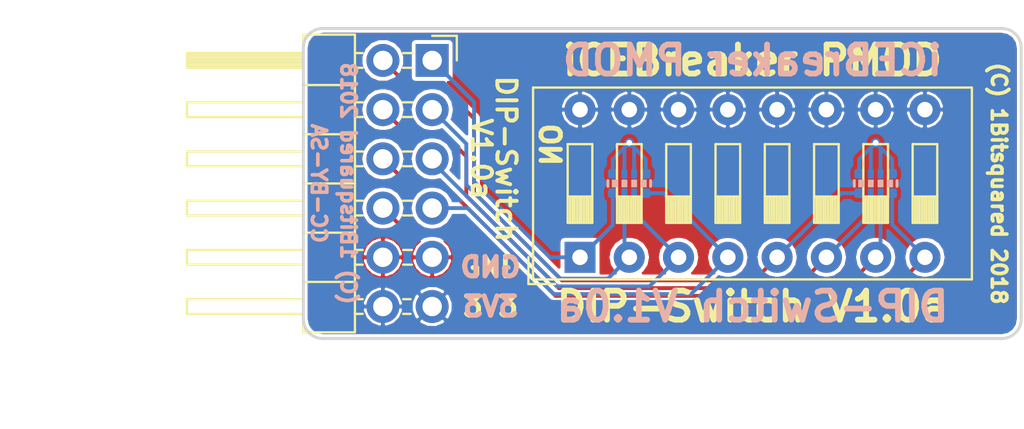
<source format=kicad_pcb>
(kicad_pcb (version 20171130) (host pcbnew 5.0.0-fee4fd1~66~ubuntu18.04.1)

  (general
    (thickness 1.6)
    (drawings 24)
    (tracks 81)
    (zones 0)
    (modules 4)
    (nets 11)
  )

  (page A4)
  (title_block
    (title "iCEBreaker PMOD - dip switch")
    (rev V1.0a)
    (company 1BitSquared)
    (comment 1 "(C) 2018 Piotr Esden-Tempski <piotr@esden.net>")
    (comment 2 "(C) 2018 1BitSquared <info@1bitsquared.com>")
    (comment 3 "License: CC-BY-SA V4.0")
  )

  (layers
    (0 F.Cu signal)
    (31 B.Cu signal)
    (32 B.Adhes user)
    (33 F.Adhes user)
    (34 B.Paste user)
    (35 F.Paste user)
    (36 B.SilkS user)
    (37 F.SilkS user)
    (38 B.Mask user)
    (39 F.Mask user)
    (40 Dwgs.User user)
    (41 Cmts.User user)
    (42 Eco1.User user)
    (43 Eco2.User user)
    (44 Edge.Cuts user)
    (45 Margin user)
    (46 B.CrtYd user)
    (47 F.CrtYd user)
    (48 B.Fab user)
    (49 F.Fab user)
  )

  (setup
    (last_trace_width 0.2)
    (user_trace_width 0.25)
    (user_trace_width 0.3)
    (trace_clearance 0.2)
    (zone_clearance 0.15)
    (zone_45_only no)
    (trace_min 0.2)
    (segment_width 0.2)
    (edge_width 0.15)
    (via_size 0.5)
    (via_drill 0.3)
    (via_min_size 0.5)
    (via_min_drill 0.3)
    (uvia_size 0.3)
    (uvia_drill 0.1)
    (uvias_allowed no)
    (uvia_min_size 0.2)
    (uvia_min_drill 0.1)
    (pcb_text_width 0.3)
    (pcb_text_size 1.5 1.5)
    (mod_edge_width 0.15)
    (mod_text_size 1 1)
    (mod_text_width 0.15)
    (pad_size 1.7 1.7)
    (pad_drill 1)
    (pad_to_mask_clearance 0.05)
    (aux_axis_origin 0 0)
    (grid_origin 34.1 40.2)
    (visible_elements FFFFFF1F)
    (pcbplotparams
      (layerselection 0x010fc_ffffffff)
      (usegerberextensions true)
      (usegerberattributes false)
      (usegerberadvancedattributes false)
      (creategerberjobfile false)
      (excludeedgelayer true)
      (linewidth 0.300000)
      (plotframeref false)
      (viasonmask false)
      (mode 1)
      (useauxorigin false)
      (hpglpennumber 1)
      (hpglpenspeed 20)
      (hpglpendiameter 15.000000)
      (psnegative false)
      (psa4output false)
      (plotreference true)
      (plotvalue true)
      (plotinvisibletext false)
      (padsonsilk false)
      (subtractmaskfromsilk true)
      (outputformat 1)
      (mirror false)
      (drillshape 0)
      (scaleselection 1)
      (outputdirectory "gerber"))
  )

  (net 0 "")
  (net 1 GND)
  (net 2 +3V3)
  (net 3 /DIP1)
  (net 4 /DIP2)
  (net 5 /DIP3)
  (net 6 /DIP4)
  (net 7 /DIP8)
  (net 8 /DIP7)
  (net 9 /DIP6)
  (net 10 /DIP5)

  (net_class Default "This is the default net class."
    (clearance 0.2)
    (trace_width 0.2)
    (via_dia 0.5)
    (via_drill 0.3)
    (uvia_dia 0.3)
    (uvia_drill 0.1)
    (add_net +3V3)
    (add_net /DIP1)
    (add_net /DIP2)
    (add_net /DIP3)
    (add_net /DIP4)
    (add_net /DIP5)
    (add_net /DIP6)
    (add_net /DIP7)
    (add_net /DIP8)
    (add_net GND)
  )

  (module Button_Switch_THT:SW_DIP_SPSTx08_Slide_9.78x22.5mm_W7.62mm_P2.54mm (layer F.Cu) (tedit 5BBEEAB3) (tstamp 5BCB3372)
    (at 44.26 44.01 90)
    (descr "8x-dip-switch SPST , Slide, row spacing 7.62 mm (300 mils), body size 9.78x22.5mm (see e.g. https://www.ctscorp.com/wp-content/uploads/206-208.pdf)")
    (tags "DIP Switch SPST Slide 7.62mm 300mil")
    (path /5BC3452A)
    (fp_text reference SW1 (at 3.81 -3.42 90) (layer F.Fab)
      (effects (font (size 1 1) (thickness 0.15)))
    )
    (fp_text value SW_DIP_x08 (at 3.81 21.2 90) (layer F.Fab)
      (effects (font (size 1 1) (thickness 0.15)))
    )
    (fp_line (start -0.08 -2.36) (end 8.7 -2.36) (layer F.Fab) (width 0.1))
    (fp_line (start 8.7 -2.36) (end 8.7 20.14) (layer F.Fab) (width 0.1))
    (fp_line (start 8.7 20.14) (end -1.08 20.14) (layer F.Fab) (width 0.1))
    (fp_line (start -1.08 20.14) (end -1.08 -1.36) (layer F.Fab) (width 0.1))
    (fp_line (start -1.08 -1.36) (end -0.08 -2.36) (layer F.Fab) (width 0.1))
    (fp_line (start 1.78 -0.635) (end 1.78 0.635) (layer F.Fab) (width 0.1))
    (fp_line (start 1.78 0.635) (end 5.84 0.635) (layer F.Fab) (width 0.1))
    (fp_line (start 5.84 0.635) (end 5.84 -0.635) (layer F.Fab) (width 0.1))
    (fp_line (start 5.84 -0.635) (end 1.78 -0.635) (layer F.Fab) (width 0.1))
    (fp_line (start 1.78 -0.535) (end 3.133333 -0.535) (layer F.Fab) (width 0.1))
    (fp_line (start 1.78 -0.435) (end 3.133333 -0.435) (layer F.Fab) (width 0.1))
    (fp_line (start 1.78 -0.335) (end 3.133333 -0.335) (layer F.Fab) (width 0.1))
    (fp_line (start 1.78 -0.235) (end 3.133333 -0.235) (layer F.Fab) (width 0.1))
    (fp_line (start 1.78 -0.135) (end 3.133333 -0.135) (layer F.Fab) (width 0.1))
    (fp_line (start 1.78 -0.035) (end 3.133333 -0.035) (layer F.Fab) (width 0.1))
    (fp_line (start 1.78 0.065) (end 3.133333 0.065) (layer F.Fab) (width 0.1))
    (fp_line (start 1.78 0.165) (end 3.133333 0.165) (layer F.Fab) (width 0.1))
    (fp_line (start 1.78 0.265) (end 3.133333 0.265) (layer F.Fab) (width 0.1))
    (fp_line (start 1.78 0.365) (end 3.133333 0.365) (layer F.Fab) (width 0.1))
    (fp_line (start 1.78 0.465) (end 3.133333 0.465) (layer F.Fab) (width 0.1))
    (fp_line (start 1.78 0.565) (end 3.133333 0.565) (layer F.Fab) (width 0.1))
    (fp_line (start 3.133333 -0.635) (end 3.133333 0.635) (layer F.Fab) (width 0.1))
    (fp_line (start 1.78 1.905) (end 1.78 3.175) (layer F.Fab) (width 0.1))
    (fp_line (start 1.78 3.175) (end 5.84 3.175) (layer F.Fab) (width 0.1))
    (fp_line (start 5.84 3.175) (end 5.84 1.905) (layer F.Fab) (width 0.1))
    (fp_line (start 5.84 1.905) (end 1.78 1.905) (layer F.Fab) (width 0.1))
    (fp_line (start 1.78 2.005) (end 3.133333 2.005) (layer F.Fab) (width 0.1))
    (fp_line (start 1.78 2.105) (end 3.133333 2.105) (layer F.Fab) (width 0.1))
    (fp_line (start 1.78 2.205) (end 3.133333 2.205) (layer F.Fab) (width 0.1))
    (fp_line (start 1.78 2.305) (end 3.133333 2.305) (layer F.Fab) (width 0.1))
    (fp_line (start 1.78 2.405) (end 3.133333 2.405) (layer F.Fab) (width 0.1))
    (fp_line (start 1.78 2.505) (end 3.133333 2.505) (layer F.Fab) (width 0.1))
    (fp_line (start 1.78 2.605) (end 3.133333 2.605) (layer F.Fab) (width 0.1))
    (fp_line (start 1.78 2.705) (end 3.133333 2.705) (layer F.Fab) (width 0.1))
    (fp_line (start 1.78 2.805) (end 3.133333 2.805) (layer F.Fab) (width 0.1))
    (fp_line (start 1.78 2.905) (end 3.133333 2.905) (layer F.Fab) (width 0.1))
    (fp_line (start 1.78 3.005) (end 3.133333 3.005) (layer F.Fab) (width 0.1))
    (fp_line (start 1.78 3.105) (end 3.133333 3.105) (layer F.Fab) (width 0.1))
    (fp_line (start 3.133333 1.905) (end 3.133333 3.175) (layer F.Fab) (width 0.1))
    (fp_line (start 1.78 4.445) (end 1.78 5.715) (layer F.Fab) (width 0.1))
    (fp_line (start 1.78 5.715) (end 5.84 5.715) (layer F.Fab) (width 0.1))
    (fp_line (start 5.84 5.715) (end 5.84 4.445) (layer F.Fab) (width 0.1))
    (fp_line (start 5.84 4.445) (end 1.78 4.445) (layer F.Fab) (width 0.1))
    (fp_line (start 1.78 4.545) (end 3.133333 4.545) (layer F.Fab) (width 0.1))
    (fp_line (start 1.78 4.645) (end 3.133333 4.645) (layer F.Fab) (width 0.1))
    (fp_line (start 1.78 4.745) (end 3.133333 4.745) (layer F.Fab) (width 0.1))
    (fp_line (start 1.78 4.845) (end 3.133333 4.845) (layer F.Fab) (width 0.1))
    (fp_line (start 1.78 4.945) (end 3.133333 4.945) (layer F.Fab) (width 0.1))
    (fp_line (start 1.78 5.045) (end 3.133333 5.045) (layer F.Fab) (width 0.1))
    (fp_line (start 1.78 5.145) (end 3.133333 5.145) (layer F.Fab) (width 0.1))
    (fp_line (start 1.78 5.245) (end 3.133333 5.245) (layer F.Fab) (width 0.1))
    (fp_line (start 1.78 5.345) (end 3.133333 5.345) (layer F.Fab) (width 0.1))
    (fp_line (start 1.78 5.445) (end 3.133333 5.445) (layer F.Fab) (width 0.1))
    (fp_line (start 1.78 5.545) (end 3.133333 5.545) (layer F.Fab) (width 0.1))
    (fp_line (start 1.78 5.645) (end 3.133333 5.645) (layer F.Fab) (width 0.1))
    (fp_line (start 3.133333 4.445) (end 3.133333 5.715) (layer F.Fab) (width 0.1))
    (fp_line (start 1.78 6.985) (end 1.78 8.255) (layer F.Fab) (width 0.1))
    (fp_line (start 1.78 8.255) (end 5.84 8.255) (layer F.Fab) (width 0.1))
    (fp_line (start 5.84 8.255) (end 5.84 6.985) (layer F.Fab) (width 0.1))
    (fp_line (start 5.84 6.985) (end 1.78 6.985) (layer F.Fab) (width 0.1))
    (fp_line (start 1.78 7.085) (end 3.133333 7.085) (layer F.Fab) (width 0.1))
    (fp_line (start 1.78 7.185) (end 3.133333 7.185) (layer F.Fab) (width 0.1))
    (fp_line (start 1.78 7.285) (end 3.133333 7.285) (layer F.Fab) (width 0.1))
    (fp_line (start 1.78 7.385) (end 3.133333 7.385) (layer F.Fab) (width 0.1))
    (fp_line (start 1.78 7.485) (end 3.133333 7.485) (layer F.Fab) (width 0.1))
    (fp_line (start 1.78 7.585) (end 3.133333 7.585) (layer F.Fab) (width 0.1))
    (fp_line (start 1.78 7.685) (end 3.133333 7.685) (layer F.Fab) (width 0.1))
    (fp_line (start 1.78 7.785) (end 3.133333 7.785) (layer F.Fab) (width 0.1))
    (fp_line (start 1.78 7.885) (end 3.133333 7.885) (layer F.Fab) (width 0.1))
    (fp_line (start 1.78 7.985) (end 3.133333 7.985) (layer F.Fab) (width 0.1))
    (fp_line (start 1.78 8.085) (end 3.133333 8.085) (layer F.Fab) (width 0.1))
    (fp_line (start 1.78 8.185) (end 3.133333 8.185) (layer F.Fab) (width 0.1))
    (fp_line (start 3.133333 6.985) (end 3.133333 8.255) (layer F.Fab) (width 0.1))
    (fp_line (start 1.78 9.525) (end 1.78 10.795) (layer F.Fab) (width 0.1))
    (fp_line (start 1.78 10.795) (end 5.84 10.795) (layer F.Fab) (width 0.1))
    (fp_line (start 5.84 10.795) (end 5.84 9.525) (layer F.Fab) (width 0.1))
    (fp_line (start 5.84 9.525) (end 1.78 9.525) (layer F.Fab) (width 0.1))
    (fp_line (start 1.78 9.625) (end 3.133333 9.625) (layer F.Fab) (width 0.1))
    (fp_line (start 1.78 9.725) (end 3.133333 9.725) (layer F.Fab) (width 0.1))
    (fp_line (start 1.78 9.825) (end 3.133333 9.825) (layer F.Fab) (width 0.1))
    (fp_line (start 1.78 9.925) (end 3.133333 9.925) (layer F.Fab) (width 0.1))
    (fp_line (start 1.78 10.025) (end 3.133333 10.025) (layer F.Fab) (width 0.1))
    (fp_line (start 1.78 10.125) (end 3.133333 10.125) (layer F.Fab) (width 0.1))
    (fp_line (start 1.78 10.225) (end 3.133333 10.225) (layer F.Fab) (width 0.1))
    (fp_line (start 1.78 10.325) (end 3.133333 10.325) (layer F.Fab) (width 0.1))
    (fp_line (start 1.78 10.425) (end 3.133333 10.425) (layer F.Fab) (width 0.1))
    (fp_line (start 1.78 10.525) (end 3.133333 10.525) (layer F.Fab) (width 0.1))
    (fp_line (start 1.78 10.625) (end 3.133333 10.625) (layer F.Fab) (width 0.1))
    (fp_line (start 1.78 10.725) (end 3.133333 10.725) (layer F.Fab) (width 0.1))
    (fp_line (start 3.133333 9.525) (end 3.133333 10.795) (layer F.Fab) (width 0.1))
    (fp_line (start 1.78 12.065) (end 1.78 13.335) (layer F.Fab) (width 0.1))
    (fp_line (start 1.78 13.335) (end 5.84 13.335) (layer F.Fab) (width 0.1))
    (fp_line (start 5.84 13.335) (end 5.84 12.065) (layer F.Fab) (width 0.1))
    (fp_line (start 5.84 12.065) (end 1.78 12.065) (layer F.Fab) (width 0.1))
    (fp_line (start 1.78 12.165) (end 3.133333 12.165) (layer F.Fab) (width 0.1))
    (fp_line (start 1.78 12.265) (end 3.133333 12.265) (layer F.Fab) (width 0.1))
    (fp_line (start 1.78 12.365) (end 3.133333 12.365) (layer F.Fab) (width 0.1))
    (fp_line (start 1.78 12.465) (end 3.133333 12.465) (layer F.Fab) (width 0.1))
    (fp_line (start 1.78 12.565) (end 3.133333 12.565) (layer F.Fab) (width 0.1))
    (fp_line (start 1.78 12.665) (end 3.133333 12.665) (layer F.Fab) (width 0.1))
    (fp_line (start 1.78 12.765) (end 3.133333 12.765) (layer F.Fab) (width 0.1))
    (fp_line (start 1.78 12.865) (end 3.133333 12.865) (layer F.Fab) (width 0.1))
    (fp_line (start 1.78 12.965) (end 3.133333 12.965) (layer F.Fab) (width 0.1))
    (fp_line (start 1.78 13.065) (end 3.133333 13.065) (layer F.Fab) (width 0.1))
    (fp_line (start 1.78 13.165) (end 3.133333 13.165) (layer F.Fab) (width 0.1))
    (fp_line (start 1.78 13.265) (end 3.133333 13.265) (layer F.Fab) (width 0.1))
    (fp_line (start 3.133333 12.065) (end 3.133333 13.335) (layer F.Fab) (width 0.1))
    (fp_line (start 1.78 14.605) (end 1.78 15.875) (layer F.Fab) (width 0.1))
    (fp_line (start 1.78 15.875) (end 5.84 15.875) (layer F.Fab) (width 0.1))
    (fp_line (start 5.84 15.875) (end 5.84 14.605) (layer F.Fab) (width 0.1))
    (fp_line (start 5.84 14.605) (end 1.78 14.605) (layer F.Fab) (width 0.1))
    (fp_line (start 1.78 14.705) (end 3.133333 14.705) (layer F.Fab) (width 0.1))
    (fp_line (start 1.78 14.805) (end 3.133333 14.805) (layer F.Fab) (width 0.1))
    (fp_line (start 1.78 14.905) (end 3.133333 14.905) (layer F.Fab) (width 0.1))
    (fp_line (start 1.78 15.005) (end 3.133333 15.005) (layer F.Fab) (width 0.1))
    (fp_line (start 1.78 15.105) (end 3.133333 15.105) (layer F.Fab) (width 0.1))
    (fp_line (start 1.78 15.205) (end 3.133333 15.205) (layer F.Fab) (width 0.1))
    (fp_line (start 1.78 15.305) (end 3.133333 15.305) (layer F.Fab) (width 0.1))
    (fp_line (start 1.78 15.405) (end 3.133333 15.405) (layer F.Fab) (width 0.1))
    (fp_line (start 1.78 15.505) (end 3.133333 15.505) (layer F.Fab) (width 0.1))
    (fp_line (start 1.78 15.605) (end 3.133333 15.605) (layer F.Fab) (width 0.1))
    (fp_line (start 1.78 15.705) (end 3.133333 15.705) (layer F.Fab) (width 0.1))
    (fp_line (start 1.78 15.805) (end 3.133333 15.805) (layer F.Fab) (width 0.1))
    (fp_line (start 3.133333 14.605) (end 3.133333 15.875) (layer F.Fab) (width 0.1))
    (fp_line (start 1.78 17.145) (end 1.78 18.415) (layer F.Fab) (width 0.1))
    (fp_line (start 1.78 18.415) (end 5.84 18.415) (layer F.Fab) (width 0.1))
    (fp_line (start 5.84 18.415) (end 5.84 17.145) (layer F.Fab) (width 0.1))
    (fp_line (start 5.84 17.145) (end 1.78 17.145) (layer F.Fab) (width 0.1))
    (fp_line (start 1.78 17.245) (end 3.133333 17.245) (layer F.Fab) (width 0.1))
    (fp_line (start 1.78 17.345) (end 3.133333 17.345) (layer F.Fab) (width 0.1))
    (fp_line (start 1.78 17.445) (end 3.133333 17.445) (layer F.Fab) (width 0.1))
    (fp_line (start 1.78 17.545) (end 3.133333 17.545) (layer F.Fab) (width 0.1))
    (fp_line (start 1.78 17.645) (end 3.133333 17.645) (layer F.Fab) (width 0.1))
    (fp_line (start 1.78 17.745) (end 3.133333 17.745) (layer F.Fab) (width 0.1))
    (fp_line (start 1.78 17.845) (end 3.133333 17.845) (layer F.Fab) (width 0.1))
    (fp_line (start 1.78 17.945) (end 3.133333 17.945) (layer F.Fab) (width 0.1))
    (fp_line (start 1.78 18.045) (end 3.133333 18.045) (layer F.Fab) (width 0.1))
    (fp_line (start 1.78 18.145) (end 3.133333 18.145) (layer F.Fab) (width 0.1))
    (fp_line (start 1.78 18.245) (end 3.133333 18.245) (layer F.Fab) (width 0.1))
    (fp_line (start 1.78 18.345) (end 3.133333 18.345) (layer F.Fab) (width 0.1))
    (fp_line (start 3.133333 17.145) (end 3.133333 18.415) (layer F.Fab) (width 0.1))
    (fp_line (start -1.14 -2.42) (end 8.76 -2.42) (layer F.SilkS) (width 0.12))
    (fp_line (start -1.14 20.201) (end 8.76 20.201) (layer F.SilkS) (width 0.12))
    (fp_line (start -1.14 -2.42) (end -1.14 20.201) (layer F.SilkS) (width 0.12))
    (fp_line (start 8.76 -2.42) (end 8.76 20.201) (layer F.SilkS) (width 0.12))
    (fp_line (start -1.38 -2.66) (end 0.004 -2.66) (layer F.SilkS) (width 0.12))
    (fp_line (start -1.38 -2.66) (end -1.38 -1.277) (layer F.SilkS) (width 0.12))
    (fp_line (start 1.78 -0.635) (end 1.78 0.635) (layer F.SilkS) (width 0.12))
    (fp_line (start 1.78 0.635) (end 5.84 0.635) (layer F.SilkS) (width 0.12))
    (fp_line (start 5.84 0.635) (end 5.84 -0.635) (layer F.SilkS) (width 0.12))
    (fp_line (start 5.84 -0.635) (end 1.78 -0.635) (layer F.SilkS) (width 0.12))
    (fp_line (start 1.78 -0.515) (end 3.133333 -0.515) (layer F.SilkS) (width 0.12))
    (fp_line (start 1.78 -0.395) (end 3.133333 -0.395) (layer F.SilkS) (width 0.12))
    (fp_line (start 1.78 -0.275) (end 3.133333 -0.275) (layer F.SilkS) (width 0.12))
    (fp_line (start 1.78 -0.155) (end 3.133333 -0.155) (layer F.SilkS) (width 0.12))
    (fp_line (start 1.78 -0.035) (end 3.133333 -0.035) (layer F.SilkS) (width 0.12))
    (fp_line (start 1.78 0.085) (end 3.133333 0.085) (layer F.SilkS) (width 0.12))
    (fp_line (start 1.78 0.205) (end 3.133333 0.205) (layer F.SilkS) (width 0.12))
    (fp_line (start 1.78 0.325) (end 3.133333 0.325) (layer F.SilkS) (width 0.12))
    (fp_line (start 1.78 0.445) (end 3.133333 0.445) (layer F.SilkS) (width 0.12))
    (fp_line (start 1.78 0.565) (end 3.133333 0.565) (layer F.SilkS) (width 0.12))
    (fp_line (start 3.133333 -0.635) (end 3.133333 0.635) (layer F.SilkS) (width 0.12))
    (fp_line (start 1.78 1.905) (end 1.78 3.175) (layer F.SilkS) (width 0.12))
    (fp_line (start 1.78 3.175) (end 5.84 3.175) (layer F.SilkS) (width 0.12))
    (fp_line (start 5.84 3.175) (end 5.84 1.905) (layer F.SilkS) (width 0.12))
    (fp_line (start 5.84 1.905) (end 1.78 1.905) (layer F.SilkS) (width 0.12))
    (fp_line (start 1.78 2.025) (end 3.133333 2.025) (layer F.SilkS) (width 0.12))
    (fp_line (start 1.78 2.145) (end 3.133333 2.145) (layer F.SilkS) (width 0.12))
    (fp_line (start 1.78 2.265) (end 3.133333 2.265) (layer F.SilkS) (width 0.12))
    (fp_line (start 1.78 2.385) (end 3.133333 2.385) (layer F.SilkS) (width 0.12))
    (fp_line (start 1.78 2.505) (end 3.133333 2.505) (layer F.SilkS) (width 0.12))
    (fp_line (start 1.78 2.625) (end 3.133333 2.625) (layer F.SilkS) (width 0.12))
    (fp_line (start 1.78 2.745) (end 3.133333 2.745) (layer F.SilkS) (width 0.12))
    (fp_line (start 1.78 2.865) (end 3.133333 2.865) (layer F.SilkS) (width 0.12))
    (fp_line (start 1.78 2.985) (end 3.133333 2.985) (layer F.SilkS) (width 0.12))
    (fp_line (start 1.78 3.105) (end 3.133333 3.105) (layer F.SilkS) (width 0.12))
    (fp_line (start 3.133333 1.905) (end 3.133333 3.175) (layer F.SilkS) (width 0.12))
    (fp_line (start 1.78 4.445) (end 1.78 5.715) (layer F.SilkS) (width 0.12))
    (fp_line (start 1.78 5.715) (end 5.84 5.715) (layer F.SilkS) (width 0.12))
    (fp_line (start 5.84 5.715) (end 5.84 4.445) (layer F.SilkS) (width 0.12))
    (fp_line (start 5.84 4.445) (end 1.78 4.445) (layer F.SilkS) (width 0.12))
    (fp_line (start 1.78 4.565) (end 3.133333 4.565) (layer F.SilkS) (width 0.12))
    (fp_line (start 1.78 4.685) (end 3.133333 4.685) (layer F.SilkS) (width 0.12))
    (fp_line (start 1.78 4.805) (end 3.133333 4.805) (layer F.SilkS) (width 0.12))
    (fp_line (start 1.78 4.925) (end 3.133333 4.925) (layer F.SilkS) (width 0.12))
    (fp_line (start 1.78 5.045) (end 3.133333 5.045) (layer F.SilkS) (width 0.12))
    (fp_line (start 1.78 5.165) (end 3.133333 5.165) (layer F.SilkS) (width 0.12))
    (fp_line (start 1.78 5.285) (end 3.133333 5.285) (layer F.SilkS) (width 0.12))
    (fp_line (start 1.78 5.405) (end 3.133333 5.405) (layer F.SilkS) (width 0.12))
    (fp_line (start 1.78 5.525) (end 3.133333 5.525) (layer F.SilkS) (width 0.12))
    (fp_line (start 1.78 5.645) (end 3.133333 5.645) (layer F.SilkS) (width 0.12))
    (fp_line (start 3.133333 4.445) (end 3.133333 5.715) (layer F.SilkS) (width 0.12))
    (fp_line (start 1.78 6.985) (end 1.78 8.255) (layer F.SilkS) (width 0.12))
    (fp_line (start 1.78 8.255) (end 5.84 8.255) (layer F.SilkS) (width 0.12))
    (fp_line (start 5.84 8.255) (end 5.84 6.985) (layer F.SilkS) (width 0.12))
    (fp_line (start 5.84 6.985) (end 1.78 6.985) (layer F.SilkS) (width 0.12))
    (fp_line (start 1.78 7.105) (end 3.133333 7.105) (layer F.SilkS) (width 0.12))
    (fp_line (start 1.78 7.225) (end 3.133333 7.225) (layer F.SilkS) (width 0.12))
    (fp_line (start 1.78 7.345) (end 3.133333 7.345) (layer F.SilkS) (width 0.12))
    (fp_line (start 1.78 7.465) (end 3.133333 7.465) (layer F.SilkS) (width 0.12))
    (fp_line (start 1.78 7.585) (end 3.133333 7.585) (layer F.SilkS) (width 0.12))
    (fp_line (start 1.78 7.705) (end 3.133333 7.705) (layer F.SilkS) (width 0.12))
    (fp_line (start 1.78 7.825) (end 3.133333 7.825) (layer F.SilkS) (width 0.12))
    (fp_line (start 1.78 7.945) (end 3.133333 7.945) (layer F.SilkS) (width 0.12))
    (fp_line (start 1.78 8.065) (end 3.133333 8.065) (layer F.SilkS) (width 0.12))
    (fp_line (start 1.78 8.185) (end 3.133333 8.185) (layer F.SilkS) (width 0.12))
    (fp_line (start 3.133333 6.985) (end 3.133333 8.255) (layer F.SilkS) (width 0.12))
    (fp_line (start 1.78 9.525) (end 1.78 10.795) (layer F.SilkS) (width 0.12))
    (fp_line (start 1.78 10.795) (end 5.84 10.795) (layer F.SilkS) (width 0.12))
    (fp_line (start 5.84 10.795) (end 5.84 9.525) (layer F.SilkS) (width 0.12))
    (fp_line (start 5.84 9.525) (end 1.78 9.525) (layer F.SilkS) (width 0.12))
    (fp_line (start 1.78 9.645) (end 3.133333 9.645) (layer F.SilkS) (width 0.12))
    (fp_line (start 1.78 9.765) (end 3.133333 9.765) (layer F.SilkS) (width 0.12))
    (fp_line (start 1.78 9.885) (end 3.133333 9.885) (layer F.SilkS) (width 0.12))
    (fp_line (start 1.78 10.005) (end 3.133333 10.005) (layer F.SilkS) (width 0.12))
    (fp_line (start 1.78 10.125) (end 3.133333 10.125) (layer F.SilkS) (width 0.12))
    (fp_line (start 1.78 10.245) (end 3.133333 10.245) (layer F.SilkS) (width 0.12))
    (fp_line (start 1.78 10.365) (end 3.133333 10.365) (layer F.SilkS) (width 0.12))
    (fp_line (start 1.78 10.485) (end 3.133333 10.485) (layer F.SilkS) (width 0.12))
    (fp_line (start 1.78 10.605) (end 3.133333 10.605) (layer F.SilkS) (width 0.12))
    (fp_line (start 1.78 10.725) (end 3.133333 10.725) (layer F.SilkS) (width 0.12))
    (fp_line (start 3.133333 9.525) (end 3.133333 10.795) (layer F.SilkS) (width 0.12))
    (fp_line (start 1.78 12.065) (end 1.78 13.335) (layer F.SilkS) (width 0.12))
    (fp_line (start 1.78 13.335) (end 5.84 13.335) (layer F.SilkS) (width 0.12))
    (fp_line (start 5.84 13.335) (end 5.84 12.065) (layer F.SilkS) (width 0.12))
    (fp_line (start 5.84 12.065) (end 1.78 12.065) (layer F.SilkS) (width 0.12))
    (fp_line (start 1.78 12.185) (end 3.133333 12.185) (layer F.SilkS) (width 0.12))
    (fp_line (start 1.78 12.305) (end 3.133333 12.305) (layer F.SilkS) (width 0.12))
    (fp_line (start 1.78 12.425) (end 3.133333 12.425) (layer F.SilkS) (width 0.12))
    (fp_line (start 1.78 12.545) (end 3.133333 12.545) (layer F.SilkS) (width 0.12))
    (fp_line (start 1.78 12.665) (end 3.133333 12.665) (layer F.SilkS) (width 0.12))
    (fp_line (start 1.78 12.785) (end 3.133333 12.785) (layer F.SilkS) (width 0.12))
    (fp_line (start 1.78 12.905) (end 3.133333 12.905) (layer F.SilkS) (width 0.12))
    (fp_line (start 1.78 13.025) (end 3.133333 13.025) (layer F.SilkS) (width 0.12))
    (fp_line (start 1.78 13.145) (end 3.133333 13.145) (layer F.SilkS) (width 0.12))
    (fp_line (start 1.78 13.265) (end 3.133333 13.265) (layer F.SilkS) (width 0.12))
    (fp_line (start 3.133333 12.065) (end 3.133333 13.335) (layer F.SilkS) (width 0.12))
    (fp_line (start 1.78 14.605) (end 1.78 15.875) (layer F.SilkS) (width 0.12))
    (fp_line (start 1.78 15.875) (end 5.84 15.875) (layer F.SilkS) (width 0.12))
    (fp_line (start 5.84 15.875) (end 5.84 14.605) (layer F.SilkS) (width 0.12))
    (fp_line (start 5.84 14.605) (end 1.78 14.605) (layer F.SilkS) (width 0.12))
    (fp_line (start 1.78 14.725) (end 3.133333 14.725) (layer F.SilkS) (width 0.12))
    (fp_line (start 1.78 14.845) (end 3.133333 14.845) (layer F.SilkS) (width 0.12))
    (fp_line (start 1.78 14.965) (end 3.133333 14.965) (layer F.SilkS) (width 0.12))
    (fp_line (start 1.78 15.085) (end 3.133333 15.085) (layer F.SilkS) (width 0.12))
    (fp_line (start 1.78 15.205) (end 3.133333 15.205) (layer F.SilkS) (width 0.12))
    (fp_line (start 1.78 15.325) (end 3.133333 15.325) (layer F.SilkS) (width 0.12))
    (fp_line (start 1.78 15.445) (end 3.133333 15.445) (layer F.SilkS) (width 0.12))
    (fp_line (start 1.78 15.565) (end 3.133333 15.565) (layer F.SilkS) (width 0.12))
    (fp_line (start 1.78 15.685) (end 3.133333 15.685) (layer F.SilkS) (width 0.12))
    (fp_line (start 1.78 15.805) (end 3.133333 15.805) (layer F.SilkS) (width 0.12))
    (fp_line (start 3.133333 14.605) (end 3.133333 15.875) (layer F.SilkS) (width 0.12))
    (fp_line (start 1.78 17.145) (end 1.78 18.415) (layer F.SilkS) (width 0.12))
    (fp_line (start 1.78 18.415) (end 5.84 18.415) (layer F.SilkS) (width 0.12))
    (fp_line (start 5.84 18.415) (end 5.84 17.145) (layer F.SilkS) (width 0.12))
    (fp_line (start 5.84 17.145) (end 1.78 17.145) (layer F.SilkS) (width 0.12))
    (fp_line (start 1.78 17.265) (end 3.133333 17.265) (layer F.SilkS) (width 0.12))
    (fp_line (start 1.78 17.385) (end 3.133333 17.385) (layer F.SilkS) (width 0.12))
    (fp_line (start 1.78 17.505) (end 3.133333 17.505) (layer F.SilkS) (width 0.12))
    (fp_line (start 1.78 17.625) (end 3.133333 17.625) (layer F.SilkS) (width 0.12))
    (fp_line (start 1.78 17.745) (end 3.133333 17.745) (layer F.SilkS) (width 0.12))
    (fp_line (start 1.78 17.865) (end 3.133333 17.865) (layer F.SilkS) (width 0.12))
    (fp_line (start 1.78 17.985) (end 3.133333 17.985) (layer F.SilkS) (width 0.12))
    (fp_line (start 1.78 18.105) (end 3.133333 18.105) (layer F.SilkS) (width 0.12))
    (fp_line (start 1.78 18.225) (end 3.133333 18.225) (layer F.SilkS) (width 0.12))
    (fp_line (start 1.78 18.345) (end 3.133333 18.345) (layer F.SilkS) (width 0.12))
    (fp_line (start 3.133333 17.145) (end 3.133333 18.415) (layer F.SilkS) (width 0.12))
    (fp_line (start -1.35 -2.7) (end -1.35 20.5) (layer F.CrtYd) (width 0.05))
    (fp_line (start -1.35 20.5) (end 8.95 20.5) (layer F.CrtYd) (width 0.05))
    (fp_line (start 8.95 20.5) (end 8.95 -2.7) (layer F.CrtYd) (width 0.05))
    (fp_line (start 8.95 -2.7) (end -1.35 -2.7) (layer F.CrtYd) (width 0.05))
    (fp_text user %R (at 7.27 8.89 180) (layer F.Fab)
      (effects (font (size 0.8 0.8) (thickness 0.12)))
    )
    (fp_text user on (at 5.365 -1.4975 90) (layer F.Fab)
      (effects (font (size 0.8 0.8) (thickness 0.12)))
    )
    (pad 1 thru_hole rect (at 0 0 90) (size 1.6 1.6) (drill 0.8) (layers *.Cu *.Mask)
      (net 3 /DIP1))
    (pad 9 thru_hole oval (at 7.62 17.78 90) (size 1.6 1.6) (drill 0.8) (layers *.Cu *.Mask)
      (net 2 +3V3))
    (pad 2 thru_hole oval (at 0 2.54 90) (size 1.6 1.6) (drill 0.8) (layers *.Cu *.Mask)
      (net 4 /DIP2))
    (pad 10 thru_hole oval (at 7.62 15.24 90) (size 1.6 1.6) (drill 0.8) (layers *.Cu *.Mask)
      (net 2 +3V3))
    (pad 3 thru_hole oval (at 0 5.08 90) (size 1.6 1.6) (drill 0.8) (layers *.Cu *.Mask)
      (net 5 /DIP3))
    (pad 11 thru_hole oval (at 7.62 12.7 90) (size 1.6 1.6) (drill 0.8) (layers *.Cu *.Mask)
      (net 2 +3V3))
    (pad 4 thru_hole oval (at 0 7.62 90) (size 1.6 1.6) (drill 0.8) (layers *.Cu *.Mask)
      (net 6 /DIP4))
    (pad 12 thru_hole oval (at 7.62 10.16 90) (size 1.6 1.6) (drill 0.8) (layers *.Cu *.Mask)
      (net 2 +3V3))
    (pad 5 thru_hole oval (at 0 10.16 90) (size 1.6 1.6) (drill 0.8) (layers *.Cu *.Mask)
      (net 10 /DIP5))
    (pad 13 thru_hole oval (at 7.62 7.62 90) (size 1.6 1.6) (drill 0.8) (layers *.Cu *.Mask)
      (net 2 +3V3))
    (pad 6 thru_hole oval (at 0 12.7 90) (size 1.6 1.6) (drill 0.8) (layers *.Cu *.Mask)
      (net 9 /DIP6))
    (pad 14 thru_hole oval (at 7.62 5.08 90) (size 1.6 1.6) (drill 0.8) (layers *.Cu *.Mask)
      (net 2 +3V3))
    (pad 7 thru_hole oval (at 0 15.24 90) (size 1.6 1.6) (drill 0.8) (layers *.Cu *.Mask)
      (net 8 /DIP7))
    (pad 15 thru_hole oval (at 7.62 2.54 90) (size 1.6 1.6) (drill 0.8) (layers *.Cu *.Mask)
      (net 2 +3V3))
    (pad 8 thru_hole oval (at 0 17.78 90) (size 1.6 1.6) (drill 0.8) (layers *.Cu *.Mask)
      (net 7 /DIP8))
    (pad 16 thru_hole oval (at 7.62 0 90) (size 1.6 1.6) (drill 0.8) (layers *.Cu *.Mask)
      (net 2 +3V3))
    (model ${KISYS3DMOD}/Button_Switch_THT.3dshapes/SW_DIP_SPSTx08_Slide_9.78x22.5mm_W7.62mm_P2.54mm.wrl
      (at (xyz 0 0 0))
      (scale (xyz 1 1 1))
      (rotate (xyz 0 0 90))
    )
  )

  (module pkl_dipol:R_Array_Convex_4x0402 (layer B.Cu) (tedit 5B8B823A) (tstamp 5BCB315F)
    (at 59.5 40.2 270)
    (descr "Thick Film Chip Resistor Array, Wave soldering, Vishay CRA06P (see cra06p.pdf)")
    (tags "resistor array")
    (path /5BC02B09)
    (solder_mask_margin 0.05)
    (attr smd)
    (fp_text reference R2 (at 0 2 270) (layer B.Fab)
      (effects (font (size 0.75 0.75) (thickness 0.15)) (justify mirror))
    )
    (fp_text value 10k (at 0 -2 270) (layer B.Fab)
      (effects (font (size 0.75 0.75) (thickness 0.15)) (justify mirror))
    )
    (fp_poly (pts (xy -0.175 -0.625) (xy 0.175 -0.625) (xy 0.175 -0.875) (xy -0.175 -0.875)) (layer B.SilkS) (width 0.05))
    (fp_poly (pts (xy -0.175 -0.125) (xy 0.175 -0.125) (xy 0.175 -0.375) (xy -0.175 -0.375)) (layer B.SilkS) (width 0.05))
    (fp_poly (pts (xy -0.175 0.875) (xy 0.175 0.875) (xy 0.175 0.625) (xy -0.175 0.625)) (layer B.SilkS) (width 0.05))
    (fp_poly (pts (xy -0.175 0.375) (xy 0.175 0.375) (xy 0.175 0.125) (xy -0.175 0.125)) (layer B.SilkS) (width 0.05))
    (fp_line (start 0.15 1.1) (end -0.15 1.1) (layer B.SilkS) (width 0.15))
    (fp_line (start 0.15 -1.1) (end -0.15 -1.1) (layer B.SilkS) (width 0.15))
    (fp_line (start 1 1.35) (end 1 -1.35) (layer B.CrtYd) (width 0.05))
    (fp_line (start -1 1.35) (end -1 -1.35) (layer B.CrtYd) (width 0.05))
    (fp_line (start -1 -1.35) (end 1 -1.35) (layer B.CrtYd) (width 0.05))
    (fp_line (start -1 1.35) (end 1 1.35) (layer B.CrtYd) (width 0.05))
    (fp_line (start 0.5 1) (end 0.5 0.55) (layer B.Fab) (width 0.05))
    (fp_line (start 0.5 0.55) (end 0.3 0.55) (layer B.Fab) (width 0.05))
    (fp_line (start 0.3 0.55) (end 0.3 0.4) (layer B.Fab) (width 0.05))
    (fp_line (start 0.3 0.4) (end 0.5 0.4) (layer B.Fab) (width 0.05))
    (fp_line (start 0.5 0.4) (end 0.5 0.1) (layer B.Fab) (width 0.05))
    (fp_line (start 0.5 0.1) (end 0.3 0.1) (layer B.Fab) (width 0.05))
    (fp_line (start 0.3 0.1) (end 0.3 -0.1) (layer B.Fab) (width 0.05))
    (fp_line (start 0.3 -0.1) (end 0.5 -0.1) (layer B.Fab) (width 0.05))
    (fp_line (start 0.5 -0.1) (end 0.5 -0.4) (layer B.Fab) (width 0.05))
    (fp_line (start 0.5 -0.4) (end 0.3 -0.4) (layer B.Fab) (width 0.05))
    (fp_line (start 0.3 -0.4) (end 0.3 -0.55) (layer B.Fab) (width 0.05))
    (fp_line (start 0.3 -0.55) (end 0.5 -0.55) (layer B.Fab) (width 0.05))
    (fp_line (start 0.5 -0.55) (end 0.5 -1) (layer B.Fab) (width 0.05))
    (fp_line (start 0.5 -1) (end -0.5 -1) (layer B.Fab) (width 0.05))
    (fp_line (start -0.5 -1) (end -0.5 -0.55) (layer B.Fab) (width 0.05))
    (fp_line (start -0.5 -0.55) (end -0.3 -0.55) (layer B.Fab) (width 0.05))
    (fp_line (start -0.3 -0.55) (end -0.3 -0.4) (layer B.Fab) (width 0.05))
    (fp_line (start -0.3 -0.4) (end -0.5 -0.4) (layer B.Fab) (width 0.05))
    (fp_line (start -0.5 -0.4) (end -0.5 -0.1) (layer B.Fab) (width 0.05))
    (fp_line (start -0.5 -0.1) (end -0.3 -0.1) (layer B.Fab) (width 0.05))
    (fp_line (start -0.3 -0.1) (end -0.3 0.1) (layer B.Fab) (width 0.05))
    (fp_line (start -0.3 0.1) (end -0.5 0.1) (layer B.Fab) (width 0.05))
    (fp_line (start -0.5 0.1) (end -0.5 0.4) (layer B.Fab) (width 0.05))
    (fp_line (start -0.5 0.4) (end -0.3 0.4) (layer B.Fab) (width 0.05))
    (fp_line (start -0.3 0.4) (end -0.3 0.55) (layer B.Fab) (width 0.05))
    (fp_line (start -0.3 0.55) (end -0.5 0.55) (layer B.Fab) (width 0.05))
    (fp_line (start -0.5 0.55) (end -0.5 1) (layer B.Fab) (width 0.05))
    (fp_line (start -0.5 1) (end 0.5 1) (layer B.Fab) (width 0.05))
    (pad 8 smd roundrect (at 0.5 -0.85 270) (size 0.5 0.5) (layers B.Cu B.Paste B.Mask) (roundrect_rratio 0.25)
      (net 7 /DIP8))
    (pad 6 smd roundrect (at 0.5 -0.25 270) (size 0.5 0.3) (layers B.Cu B.Paste B.Mask) (roundrect_rratio 0.25)
      (net 8 /DIP7))
    (pad 4 smd roundrect (at 0.5 0.25 270) (size 0.5 0.3) (layers B.Cu B.Paste B.Mask) (roundrect_rratio 0.25)
      (net 9 /DIP6))
    (pad 2 smd roundrect (at 0.5 0.85 270) (size 0.5 0.5) (layers B.Cu B.Paste B.Mask) (roundrect_rratio 0.25)
      (net 10 /DIP5))
    (pad 7 smd roundrect (at -0.5 -0.85 270) (size 0.5 0.5) (layers B.Cu B.Paste B.Mask) (roundrect_rratio 0.25)
      (net 1 GND))
    (pad 1 smd roundrect (at -0.5 0.85 270) (size 0.5 0.5) (layers B.Cu B.Paste B.Mask) (roundrect_rratio 0.25)
      (net 1 GND))
    (pad 5 smd roundrect (at -0.5 -0.25 270) (size 0.5 0.3) (layers B.Cu B.Paste B.Mask) (roundrect_rratio 0.25)
      (net 1 GND))
    (pad 3 smd roundrect (at -0.5 0.25 270) (size 0.5 0.3) (layers B.Cu B.Paste B.Mask) (roundrect_rratio 0.25)
      (net 1 GND))
    (model ${KISYS3DMOD}/Resistor_SMD.3dshapes/R_Array_Convex_4x0402.step
      (at (xyz 0 0 0))
      (scale (xyz 1 1 1))
      (rotate (xyz 0 0 0))
    )
  )

  (module pkl_dipol:R_Array_Convex_4x0402 (layer B.Cu) (tedit 5B8B823A) (tstamp 5BCB312D)
    (at 46.8 40.2 270)
    (descr "Thick Film Chip Resistor Array, Wave soldering, Vishay CRA06P (see cra06p.pdf)")
    (tags "resistor array")
    (path /5BC0F016)
    (solder_mask_margin 0.05)
    (attr smd)
    (fp_text reference R1 (at 0 2 270) (layer B.Fab)
      (effects (font (size 0.75 0.75) (thickness 0.15)) (justify mirror))
    )
    (fp_text value 10k (at 0 -2 270) (layer B.Fab)
      (effects (font (size 0.75 0.75) (thickness 0.15)) (justify mirror))
    )
    (fp_line (start -0.5 1) (end 0.5 1) (layer B.Fab) (width 0.05))
    (fp_line (start -0.5 0.55) (end -0.5 1) (layer B.Fab) (width 0.05))
    (fp_line (start -0.3 0.55) (end -0.5 0.55) (layer B.Fab) (width 0.05))
    (fp_line (start -0.3 0.4) (end -0.3 0.55) (layer B.Fab) (width 0.05))
    (fp_line (start -0.5 0.4) (end -0.3 0.4) (layer B.Fab) (width 0.05))
    (fp_line (start -0.5 0.1) (end -0.5 0.4) (layer B.Fab) (width 0.05))
    (fp_line (start -0.3 0.1) (end -0.5 0.1) (layer B.Fab) (width 0.05))
    (fp_line (start -0.3 -0.1) (end -0.3 0.1) (layer B.Fab) (width 0.05))
    (fp_line (start -0.5 -0.1) (end -0.3 -0.1) (layer B.Fab) (width 0.05))
    (fp_line (start -0.5 -0.4) (end -0.5 -0.1) (layer B.Fab) (width 0.05))
    (fp_line (start -0.3 -0.4) (end -0.5 -0.4) (layer B.Fab) (width 0.05))
    (fp_line (start -0.3 -0.55) (end -0.3 -0.4) (layer B.Fab) (width 0.05))
    (fp_line (start -0.5 -0.55) (end -0.3 -0.55) (layer B.Fab) (width 0.05))
    (fp_line (start -0.5 -1) (end -0.5 -0.55) (layer B.Fab) (width 0.05))
    (fp_line (start 0.5 -1) (end -0.5 -1) (layer B.Fab) (width 0.05))
    (fp_line (start 0.5 -0.55) (end 0.5 -1) (layer B.Fab) (width 0.05))
    (fp_line (start 0.3 -0.55) (end 0.5 -0.55) (layer B.Fab) (width 0.05))
    (fp_line (start 0.3 -0.4) (end 0.3 -0.55) (layer B.Fab) (width 0.05))
    (fp_line (start 0.5 -0.4) (end 0.3 -0.4) (layer B.Fab) (width 0.05))
    (fp_line (start 0.5 -0.1) (end 0.5 -0.4) (layer B.Fab) (width 0.05))
    (fp_line (start 0.3 -0.1) (end 0.5 -0.1) (layer B.Fab) (width 0.05))
    (fp_line (start 0.3 0.1) (end 0.3 -0.1) (layer B.Fab) (width 0.05))
    (fp_line (start 0.5 0.1) (end 0.3 0.1) (layer B.Fab) (width 0.05))
    (fp_line (start 0.5 0.4) (end 0.5 0.1) (layer B.Fab) (width 0.05))
    (fp_line (start 0.3 0.4) (end 0.5 0.4) (layer B.Fab) (width 0.05))
    (fp_line (start 0.3 0.55) (end 0.3 0.4) (layer B.Fab) (width 0.05))
    (fp_line (start 0.5 0.55) (end 0.3 0.55) (layer B.Fab) (width 0.05))
    (fp_line (start 0.5 1) (end 0.5 0.55) (layer B.Fab) (width 0.05))
    (fp_line (start -1 1.35) (end 1 1.35) (layer B.CrtYd) (width 0.05))
    (fp_line (start -1 -1.35) (end 1 -1.35) (layer B.CrtYd) (width 0.05))
    (fp_line (start -1 1.35) (end -1 -1.35) (layer B.CrtYd) (width 0.05))
    (fp_line (start 1 1.35) (end 1 -1.35) (layer B.CrtYd) (width 0.05))
    (fp_line (start 0.15 -1.1) (end -0.15 -1.1) (layer B.SilkS) (width 0.15))
    (fp_line (start 0.15 1.1) (end -0.15 1.1) (layer B.SilkS) (width 0.15))
    (fp_poly (pts (xy -0.175 0.375) (xy 0.175 0.375) (xy 0.175 0.125) (xy -0.175 0.125)) (layer B.SilkS) (width 0.05))
    (fp_poly (pts (xy -0.175 0.875) (xy 0.175 0.875) (xy 0.175 0.625) (xy -0.175 0.625)) (layer B.SilkS) (width 0.05))
    (fp_poly (pts (xy -0.175 -0.125) (xy 0.175 -0.125) (xy 0.175 -0.375) (xy -0.175 -0.375)) (layer B.SilkS) (width 0.05))
    (fp_poly (pts (xy -0.175 -0.625) (xy 0.175 -0.625) (xy 0.175 -0.875) (xy -0.175 -0.875)) (layer B.SilkS) (width 0.05))
    (pad 3 smd roundrect (at -0.5 0.25 270) (size 0.5 0.3) (layers B.Cu B.Paste B.Mask) (roundrect_rratio 0.25)
      (net 1 GND))
    (pad 5 smd roundrect (at -0.5 -0.25 270) (size 0.5 0.3) (layers B.Cu B.Paste B.Mask) (roundrect_rratio 0.25)
      (net 1 GND))
    (pad 1 smd roundrect (at -0.5 0.85 270) (size 0.5 0.5) (layers B.Cu B.Paste B.Mask) (roundrect_rratio 0.25)
      (net 1 GND))
    (pad 7 smd roundrect (at -0.5 -0.85 270) (size 0.5 0.5) (layers B.Cu B.Paste B.Mask) (roundrect_rratio 0.25)
      (net 1 GND))
    (pad 2 smd roundrect (at 0.5 0.85 270) (size 0.5 0.5) (layers B.Cu B.Paste B.Mask) (roundrect_rratio 0.25)
      (net 3 /DIP1))
    (pad 4 smd roundrect (at 0.5 0.25 270) (size 0.5 0.3) (layers B.Cu B.Paste B.Mask) (roundrect_rratio 0.25)
      (net 4 /DIP2))
    (pad 6 smd roundrect (at 0.5 -0.25 270) (size 0.5 0.3) (layers B.Cu B.Paste B.Mask) (roundrect_rratio 0.25)
      (net 5 /DIP3))
    (pad 8 smd roundrect (at 0.5 -0.85 270) (size 0.5 0.5) (layers B.Cu B.Paste B.Mask) (roundrect_rratio 0.25)
      (net 6 /DIP4))
    (model ${KISYS3DMOD}/Resistor_SMD.3dshapes/R_Array_Convex_4x0402.step
      (at (xyz 0 0 0))
      (scale (xyz 1 1 1))
      (rotate (xyz 0 0 0))
    )
  )

  (module pkl_connectors:PMODHeader_2x06_P2.54mm_Horizontal (layer F.Cu) (tedit 5AECF65A) (tstamp 5AEDD631)
    (at 36.64 46.55 180)
    (descr "Through hole angled pin header, 2x06, 2.54mm pitch, 6mm pin length, double rows")
    (tags "Through hole angled pin header THT 2x06 2.54mm double row")
    (path /5ADECDD2)
    (fp_text reference J1 (at 5.655 -2.27 180) (layer F.Fab)
      (effects (font (size 1 1) (thickness 0.15)))
    )
    (fp_text value PMOD (at 5.655 14.97 180) (layer F.Fab)
      (effects (font (size 1 1) (thickness 0.15)))
    )
    (fp_line (start 4.064 -1.27) (end 6.58 -1.27) (layer F.Fab) (width 0.1))
    (fp_line (start 6.58 -1.27) (end 6.58 13.97) (layer F.Fab) (width 0.1))
    (fp_line (start 6.58 13.97) (end 4.699 13.97) (layer F.Fab) (width 0.1))
    (fp_line (start 4.064 13.335) (end 4.064 -1.27) (layer F.Fab) (width 0.1))
    (fp_line (start 4.04 13.335) (end 4.675 13.97) (layer F.Fab) (width 0.1))
    (fp_line (start -0.32 -0.32) (end 4.04 -0.32) (layer F.Fab) (width 0.1))
    (fp_line (start -0.32 -0.32) (end -0.32 0.32) (layer F.Fab) (width 0.1))
    (fp_line (start -0.32 0.32) (end 4.04 0.32) (layer F.Fab) (width 0.1))
    (fp_line (start 6.58 -0.32) (end 12.58 -0.32) (layer F.Fab) (width 0.1))
    (fp_line (start 12.58 -0.32) (end 12.58 0.32) (layer F.Fab) (width 0.1))
    (fp_line (start 6.58 0.32) (end 12.58 0.32) (layer F.Fab) (width 0.1))
    (fp_line (start -0.32 2.22) (end 4.04 2.22) (layer F.Fab) (width 0.1))
    (fp_line (start -0.32 2.22) (end -0.32 2.86) (layer F.Fab) (width 0.1))
    (fp_line (start -0.32 2.86) (end 4.04 2.86) (layer F.Fab) (width 0.1))
    (fp_line (start 6.58 2.22) (end 12.58 2.22) (layer F.Fab) (width 0.1))
    (fp_line (start 12.58 2.22) (end 12.58 2.86) (layer F.Fab) (width 0.1))
    (fp_line (start 6.58 2.86) (end 12.58 2.86) (layer F.Fab) (width 0.1))
    (fp_line (start -0.32 4.76) (end 4.04 4.76) (layer F.Fab) (width 0.1))
    (fp_line (start -0.32 4.76) (end -0.32 5.4) (layer F.Fab) (width 0.1))
    (fp_line (start -0.32 5.4) (end 4.04 5.4) (layer F.Fab) (width 0.1))
    (fp_line (start 6.58 4.76) (end 12.58 4.76) (layer F.Fab) (width 0.1))
    (fp_line (start 12.58 4.76) (end 12.58 5.4) (layer F.Fab) (width 0.1))
    (fp_line (start 6.58 5.4) (end 12.58 5.4) (layer F.Fab) (width 0.1))
    (fp_line (start -0.32 7.3) (end 4.04 7.3) (layer F.Fab) (width 0.1))
    (fp_line (start -0.32 7.3) (end -0.32 7.94) (layer F.Fab) (width 0.1))
    (fp_line (start -0.32 7.94) (end 4.04 7.94) (layer F.Fab) (width 0.1))
    (fp_line (start 6.58 7.3) (end 12.58 7.3) (layer F.Fab) (width 0.1))
    (fp_line (start 12.58 7.3) (end 12.58 7.94) (layer F.Fab) (width 0.1))
    (fp_line (start 6.58 7.94) (end 12.58 7.94) (layer F.Fab) (width 0.1))
    (fp_line (start -0.32 9.84) (end 4.04 9.84) (layer F.Fab) (width 0.1))
    (fp_line (start -0.32 9.84) (end -0.32 10.48) (layer F.Fab) (width 0.1))
    (fp_line (start -0.32 10.48) (end 4.04 10.48) (layer F.Fab) (width 0.1))
    (fp_line (start 6.58 9.84) (end 12.58 9.84) (layer F.Fab) (width 0.1))
    (fp_line (start 12.58 9.84) (end 12.58 10.48) (layer F.Fab) (width 0.1))
    (fp_line (start 6.58 10.48) (end 12.58 10.48) (layer F.Fab) (width 0.1))
    (fp_line (start -0.32 12.38) (end 4.04 12.38) (layer F.Fab) (width 0.1))
    (fp_line (start -0.32 12.38) (end -0.32 13.02) (layer F.Fab) (width 0.1))
    (fp_line (start -0.32 13.02) (end 4.04 13.02) (layer F.Fab) (width 0.1))
    (fp_line (start 6.58 12.38) (end 12.58 12.38) (layer F.Fab) (width 0.1))
    (fp_line (start 12.58 12.38) (end 12.58 13.02) (layer F.Fab) (width 0.1))
    (fp_line (start 6.58 13.02) (end 12.58 13.02) (layer F.Fab) (width 0.1))
    (fp_line (start 3.98 -1.33) (end 3.98 14.03) (layer F.SilkS) (width 0.12))
    (fp_line (start 3.98 14.03) (end 6.64 14.03) (layer F.SilkS) (width 0.12))
    (fp_line (start 6.64 14.03) (end 6.64 -1.33) (layer F.SilkS) (width 0.12))
    (fp_line (start 6.64 -1.33) (end 3.98 -1.33) (layer F.SilkS) (width 0.12))
    (fp_line (start 6.64 -0.38) (end 12.64 -0.38) (layer F.SilkS) (width 0.12))
    (fp_line (start 12.64 -0.38) (end 12.64 0.38) (layer F.SilkS) (width 0.12))
    (fp_line (start 12.64 0.38) (end 6.64 0.38) (layer F.SilkS) (width 0.12))
    (fp_line (start 6.64 12.38) (end 12.64 12.38) (layer F.SilkS) (width 0.12))
    (fp_line (start 6.64 12.5) (end 12.64 12.5) (layer F.SilkS) (width 0.12))
    (fp_line (start 6.64 12.62) (end 12.64 12.62) (layer F.SilkS) (width 0.12))
    (fp_line (start 6.64 12.74) (end 12.64 12.74) (layer F.SilkS) (width 0.12))
    (fp_line (start 6.64 12.86) (end 12.64 12.86) (layer F.SilkS) (width 0.12))
    (fp_line (start 6.64 12.98) (end 12.64 12.98) (layer F.SilkS) (width 0.12))
    (fp_line (start 3.582929 -0.38) (end 3.98 -0.38) (layer F.SilkS) (width 0.12))
    (fp_line (start 3.582929 0.38) (end 3.98 0.38) (layer F.SilkS) (width 0.12))
    (fp_line (start 1.11 -0.38) (end 1.497071 -0.38) (layer F.SilkS) (width 0.12))
    (fp_line (start 1.11 0.38) (end 1.497071 0.38) (layer F.SilkS) (width 0.12))
    (fp_line (start 3.98 1.27) (end 6.64 1.27) (layer F.SilkS) (width 0.12))
    (fp_line (start 6.64 2.16) (end 12.64 2.16) (layer F.SilkS) (width 0.12))
    (fp_line (start 12.64 2.16) (end 12.64 2.92) (layer F.SilkS) (width 0.12))
    (fp_line (start 12.64 2.92) (end 6.64 2.92) (layer F.SilkS) (width 0.12))
    (fp_line (start 3.582929 2.16) (end 3.98 2.16) (layer F.SilkS) (width 0.12))
    (fp_line (start 3.582929 2.92) (end 3.98 2.92) (layer F.SilkS) (width 0.12))
    (fp_line (start 1.042929 2.16) (end 1.497071 2.16) (layer F.SilkS) (width 0.12))
    (fp_line (start 1.042929 2.92) (end 1.497071 2.92) (layer F.SilkS) (width 0.12))
    (fp_line (start 3.98 3.81) (end 6.64 3.81) (layer F.SilkS) (width 0.12))
    (fp_line (start 6.64 4.7) (end 12.64 4.7) (layer F.SilkS) (width 0.12))
    (fp_line (start 12.64 4.7) (end 12.64 5.46) (layer F.SilkS) (width 0.12))
    (fp_line (start 12.64 5.46) (end 6.64 5.46) (layer F.SilkS) (width 0.12))
    (fp_line (start 3.582929 4.7) (end 3.98 4.7) (layer F.SilkS) (width 0.12))
    (fp_line (start 3.582929 5.46) (end 3.98 5.46) (layer F.SilkS) (width 0.12))
    (fp_line (start 1.042929 4.7) (end 1.497071 4.7) (layer F.SilkS) (width 0.12))
    (fp_line (start 1.042929 5.46) (end 1.497071 5.46) (layer F.SilkS) (width 0.12))
    (fp_line (start 3.98 6.35) (end 6.64 6.35) (layer F.SilkS) (width 0.12))
    (fp_line (start 6.64 7.24) (end 12.64 7.24) (layer F.SilkS) (width 0.12))
    (fp_line (start 12.64 7.24) (end 12.64 8) (layer F.SilkS) (width 0.12))
    (fp_line (start 12.64 8) (end 6.64 8) (layer F.SilkS) (width 0.12))
    (fp_line (start 3.582929 7.24) (end 3.98 7.24) (layer F.SilkS) (width 0.12))
    (fp_line (start 3.582929 8) (end 3.98 8) (layer F.SilkS) (width 0.12))
    (fp_line (start 1.042929 7.24) (end 1.497071 7.24) (layer F.SilkS) (width 0.12))
    (fp_line (start 1.042929 8) (end 1.497071 8) (layer F.SilkS) (width 0.12))
    (fp_line (start 3.98 8.89) (end 6.64 8.89) (layer F.SilkS) (width 0.12))
    (fp_line (start 6.64 9.78) (end 12.64 9.78) (layer F.SilkS) (width 0.12))
    (fp_line (start 12.64 9.78) (end 12.64 10.54) (layer F.SilkS) (width 0.12))
    (fp_line (start 12.64 10.54) (end 6.64 10.54) (layer F.SilkS) (width 0.12))
    (fp_line (start 3.582929 9.78) (end 3.98 9.78) (layer F.SilkS) (width 0.12))
    (fp_line (start 3.582929 10.54) (end 3.98 10.54) (layer F.SilkS) (width 0.12))
    (fp_line (start 1.042929 9.78) (end 1.497071 9.78) (layer F.SilkS) (width 0.12))
    (fp_line (start 1.042929 10.54) (end 1.497071 10.54) (layer F.SilkS) (width 0.12))
    (fp_line (start 3.98 11.43) (end 6.64 11.43) (layer F.SilkS) (width 0.12))
    (fp_line (start 6.64 12.32) (end 12.64 12.32) (layer F.SilkS) (width 0.12))
    (fp_line (start 12.64 12.32) (end 12.64 13.08) (layer F.SilkS) (width 0.12))
    (fp_line (start 12.64 13.08) (end 6.64 13.08) (layer F.SilkS) (width 0.12))
    (fp_line (start 3.582929 12.32) (end 3.98 12.32) (layer F.SilkS) (width 0.12))
    (fp_line (start 3.582929 13.08) (end 3.98 13.08) (layer F.SilkS) (width 0.12))
    (fp_line (start 1.042929 12.32) (end 1.497071 12.32) (layer F.SilkS) (width 0.12))
    (fp_line (start 1.042929 13.08) (end 1.497071 13.08) (layer F.SilkS) (width 0.12))
    (fp_line (start 0 13.97) (end -1.27 13.97) (layer F.SilkS) (width 0.12))
    (fp_line (start -1.27 13.97) (end -1.27 12.7) (layer F.SilkS) (width 0.12))
    (fp_line (start -1.8 -1.8) (end -1.8 14.5) (layer F.CrtYd) (width 0.05))
    (fp_line (start -1.8 14.5) (end 13.1 14.5) (layer F.CrtYd) (width 0.05))
    (fp_line (start 13.1 14.5) (end 13.1 -1.8) (layer F.CrtYd) (width 0.05))
    (fp_line (start 13.1 -1.8) (end -1.8 -1.8) (layer F.CrtYd) (width 0.05))
    (pad 6 thru_hole circle (at 0 0 180) (size 1.7 1.7) (drill 1) (layers *.Cu *.Mask)
      (net 2 +3V3))
    (pad 12 thru_hole oval (at 2.54 0 180) (size 1.7 1.7) (drill 1) (layers *.Cu *.Mask)
      (net 2 +3V3))
    (pad 5 thru_hole oval (at 0 2.54 180) (size 1.7 1.7) (drill 1) (layers *.Cu *.Mask)
      (net 1 GND))
    (pad 11 thru_hole oval (at 2.54 2.54 180) (size 1.7 1.7) (drill 1) (layers *.Cu *.Mask)
      (net 1 GND))
    (pad 4 thru_hole oval (at 0 5.08 180) (size 1.7 1.7) (drill 1) (layers *.Cu *.Mask)
      (net 6 /DIP4))
    (pad 10 thru_hole oval (at 2.54 5.08 180) (size 1.7 1.7) (drill 1) (layers *.Cu *.Mask)
      (net 7 /DIP8))
    (pad 3 thru_hole oval (at 0 7.62 180) (size 1.7 1.7) (drill 1) (layers *.Cu *.Mask)
      (net 5 /DIP3))
    (pad 9 thru_hole oval (at 2.54 7.62 180) (size 1.7 1.7) (drill 1) (layers *.Cu *.Mask)
      (net 8 /DIP7))
    (pad 2 thru_hole oval (at 0 10.16 180) (size 1.7 1.7) (drill 1) (layers *.Cu *.Mask)
      (net 4 /DIP2))
    (pad 8 thru_hole oval (at 2.54 10.16 180) (size 1.7 1.7) (drill 1) (layers *.Cu *.Mask)
      (net 9 /DIP6))
    (pad 1 thru_hole rect (at 0 12.7 180) (size 1.7 1.7) (drill 1) (layers *.Cu *.Mask)
      (net 3 /DIP1))
    (pad 7 thru_hole circle (at 2.54 12.7 180) (size 1.7 1.7) (drill 1) (layers *.Cu *.Mask)
      (net 10 /DIP5))
    (model ${KISYS3DMOD}/Connector_PinHeader_2.54mm.3dshapes/PinHeader_2x06_P2.54mm_Horizontal.step
      (at (xyz 0 0 0))
      (scale (xyz 1 1 1))
      (rotate (xyz 0 0 0))
    )
  )

  (gr_text ON (at 42.8 38.2 90) (layer F.SilkS)
    (effects (font (size 1 1) (thickness 0.25)) (justify mirror))
  )
  (gr_text "DIP-Switch V1.0a" (at 53.15 46.55) (layer F.SilkS) (tstamp 5BCB9628)
    (effects (font (size 1.5 1.5) (thickness 0.3)))
  )
  (gr_text "iCEBreaker PMOD" (at 53.15 33.85) (layer F.SilkS) (tstamp 5BCB959C)
    (effects (font (size 1.5 1.5) (thickness 0.3)))
  )
  (gr_text "DIP-Switch V1.0a" (at 53.15 46.55) (layer B.SilkS) (tstamp 5BCB91C9)
    (effects (font (size 1.5 1.5) (thickness 0.3)) (justify mirror))
  )
  (gr_text CC-BY-SA (at 30.798 40.2 270) (layer B.SilkS) (tstamp 5BCAC232)
    (effects (font (size 0.75 0.75) (thickness 0.1875)) (justify mirror))
  )
  (gr_text "(C) 1Bitsquared 2018" (at 32.322 40.2 270) (layer B.SilkS) (tstamp 5BCAC191)
    (effects (font (size 0.75 0.75) (thickness 0.1875)) (justify mirror))
  )
  (gr_text 3V3 (at 39.652 46.55) (layer B.SilkS) (tstamp 5BCAA7FF)
    (effects (font (size 1 1) (thickness 0.25)) (justify mirror))
  )
  (gr_text GND (at 39.652 44.518) (layer B.SilkS) (tstamp 5BCAA763)
    (effects (font (size 1 1) (thickness 0.25)) (justify mirror))
  )
  (gr_text 3V3 (at 39.652 46.55) (layer F.SilkS) (tstamp 5BCA6D48)
    (effects (font (size 1 1) (thickness 0.25)))
  )
  (gr_text GND (at 39.652 44.518) (layer F.SilkS) (tstamp 5BCA6D40)
    (effects (font (size 1 1) (thickness 0.25)))
  )
  (gr_text "(C) 1Bitsquared 2018" (at 65.85 40.2 270) (layer F.SilkS) (tstamp 5BA896E5)
    (effects (font (size 0.75 0.75) (thickness 0.1875)))
  )
  (dimension 37 (width 0.3) (layer Dwgs.User)
    (gr_text "37.000 mm" (at 48.5 54.250726) (layer Dwgs.User)
      (effects (font (size 1.5 1.5) (thickness 0.3)))
    )
    (feature1 (pts (xy 67 48.2) (xy 67 52.737147)))
    (feature2 (pts (xy 30 48.2) (xy 30 52.737147)))
    (crossbar (pts (xy 30 52.150726) (xy 67 52.150726)))
    (arrow1a (pts (xy 67 52.150726) (xy 65.873496 52.737147)))
    (arrow1b (pts (xy 67 52.150726) (xy 65.873496 51.564305)))
    (arrow2a (pts (xy 30 52.150726) (xy 31.126504 52.737147)))
    (arrow2b (pts (xy 30 52.150726) (xy 31.126504 51.564305)))
  )
  (dimension 16 (width 0.3) (layer Dwgs.User)
    (gr_text "16.000 mm" (at 19.9 40.2 90) (layer Dwgs.User)
      (effects (font (size 1.5 1.5) (thickness 0.3)))
    )
    (feature1 (pts (xy 30 32.2) (xy 21.413579 32.2)))
    (feature2 (pts (xy 30 48.2) (xy 21.413579 48.2)))
    (crossbar (pts (xy 22 48.2) (xy 22 32.2)))
    (arrow1a (pts (xy 22 32.2) (xy 22.586421 33.326504)))
    (arrow1b (pts (xy 22 32.2) (xy 21.413579 33.326504)))
    (arrow2a (pts (xy 22 48.2) (xy 22.586421 47.073496)))
    (arrow2b (pts (xy 22 48.2) (xy 21.413579 47.073496)))
  )
  (gr_line (start 66 48.2) (end 31 48.2) (layer Edge.Cuts) (width 0.15))
  (gr_arc (start 31 47.2) (end 30 47.2) (angle -90) (layer Edge.Cuts) (width 0.15))
  (gr_arc (start 66 47.2) (end 66 48.2) (angle -90) (layer Edge.Cuts) (width 0.15) (tstamp 5BA965D7))
  (gr_text DIP-Switch (at 40.45 38.93 270) (layer F.SilkS) (tstamp 5ADFCA97)
    (effects (font (size 1 1) (thickness 0.2)))
  )
  (gr_text V1.0a (at 39.18 38.93 270) (layer F.SilkS) (tstamp 5ADFCA91)
    (effects (font (size 1 1) (thickness 0.2)))
  )
  (gr_text "iCEBreaker PMOD" (at 53.15 33.85) (layer B.SilkS) (tstamp 5BA965AD)
    (effects (font (size 1.5 1.5) (thickness 0.3)) (justify mirror))
  )
  (gr_arc (start 66 33.2) (end 67 33.2) (angle -90) (layer Edge.Cuts) (width 0.15) (tstamp 5BA965D1))
  (gr_arc (start 31 33.2) (end 31 32.2) (angle -90) (layer Edge.Cuts) (width 0.15))
  (gr_line (start 30 47.2) (end 30 33.2) (layer Edge.Cuts) (width 0.15))
  (gr_line (start 67 33.2) (end 67 47.2) (layer Edge.Cuts) (width 0.15) (tstamp 5BA965AA))
  (gr_line (start 31 32.2) (end 66 32.2) (layer Edge.Cuts) (width 0.15))

  (segment (start 45.95 39.7) (end 45.95 38.95) (width 0.2) (layer B.Cu) (net 1))
  (segment (start 45.95 38.95) (end 46.8 38.1) (width 0.2) (layer B.Cu) (net 1))
  (segment (start 47.65 38.95) (end 47.65 39.7) (width 0.2) (layer B.Cu) (net 1))
  (segment (start 46.8 38.1) (end 47.65 38.95) (width 0.2) (layer B.Cu) (net 1))
  (segment (start 47.05 38.35) (end 46.8 38.1) (width 0.2) (layer B.Cu) (net 1))
  (segment (start 47.05 39.7) (end 47.05 38.35) (width 0.2) (layer B.Cu) (net 1))
  (via (at 46.8 38.1) (size 0.5) (drill 0.3) (layers F.Cu B.Cu) (net 1))
  (segment (start 46.55 38.35) (end 46.8 38.1) (width 0.2) (layer B.Cu) (net 1))
  (segment (start 46.55 39.7) (end 46.55 38.35) (width 0.2) (layer B.Cu) (net 1))
  (segment (start 58.65 39.7) (end 58.65 38.95) (width 0.2) (layer B.Cu) (net 1))
  (segment (start 58.65 38.95) (end 59.5 38.1) (width 0.2) (layer B.Cu) (net 1))
  (segment (start 60.35 38.95) (end 60.35 39.7) (width 0.2) (layer B.Cu) (net 1))
  (segment (start 59.5 38.1) (end 60.35 38.95) (width 0.2) (layer B.Cu) (net 1))
  (via (at 59.5 38.1) (size 0.5) (drill 0.3) (layers F.Cu B.Cu) (net 1))
  (segment (start 59.75 38.35) (end 59.5 38.1) (width 0.2) (layer B.Cu) (net 1))
  (segment (start 59.75 39.7) (end 59.75 38.35) (width 0.2) (layer B.Cu) (net 1))
  (segment (start 59.25 38.35) (end 59.5 38.1) (width 0.2) (layer B.Cu) (net 1))
  (segment (start 59.25 39.7) (end 59.25 38.35) (width 0.2) (layer B.Cu) (net 1))
  (segment (start 45.95 42.35) (end 45.95 40.7) (width 0.2) (layer B.Cu) (net 3))
  (segment (start 44.26 44.01) (end 44.29 44.01) (width 0.2) (layer B.Cu) (net 3))
  (segment (start 44.29 44.01) (end 45.95 42.35) (width 0.2) (layer B.Cu) (net 3))
  (segment (start 38.8 36) (end 38.8 40.1) (width 0.2) (layer B.Cu) (net 3))
  (segment (start 42.71 44.01) (end 44.26 44.01) (width 0.2) (layer B.Cu) (net 3))
  (segment (start 38.8 40.1) (end 42.71 44.01) (width 0.2) (layer B.Cu) (net 3))
  (segment (start 36.64 33.85) (end 36.65 33.85) (width 0.2) (layer B.Cu) (net 3))
  (segment (start 36.65 33.85) (end 38.8 36) (width 0.2) (layer B.Cu) (net 3))
  (segment (start 46.55 43.76) (end 46.8 44.01) (width 0.2) (layer B.Cu) (net 4))
  (segment (start 46.55 40.7) (end 46.55 43.76) (width 0.2) (layer B.Cu) (net 4))
  (segment (start 46.000001 44.809999) (end 46.8 44.01) (width 0.2) (layer B.Cu) (net 4))
  (segment (start 45.7 45.11) (end 46.000001 44.809999) (width 0.2) (layer B.Cu) (net 4))
  (segment (start 38.4 40.2686) (end 43.2414 45.11) (width 0.2) (layer B.Cu) (net 4))
  (segment (start 36.64 36.39) (end 38.4 38.15) (width 0.2) (layer B.Cu) (net 4))
  (segment (start 43.2414 45.11) (end 45.7 45.11) (width 0.2) (layer B.Cu) (net 4))
  (segment (start 38.4 38.15) (end 38.4 40.2686) (width 0.2) (layer B.Cu) (net 4))
  (segment (start 47.05 41.72) (end 49.34 44.01) (width 0.2) (layer B.Cu) (net 5))
  (segment (start 47.05 40.7) (end 47.05 41.72) (width 0.2) (layer B.Cu) (net 5))
  (segment (start 47.839989 45.510011) (end 49.34 44.01) (width 0.2) (layer B.Cu) (net 5))
  (segment (start 36.64 39.0743) (end 43.075711 45.510011) (width 0.2) (layer B.Cu) (net 5))
  (segment (start 43.075711 45.510011) (end 47.839989 45.510011) (width 0.2) (layer B.Cu) (net 5))
  (segment (start 36.64 38.93) (end 36.64 39.0743) (width 0.2) (layer B.Cu) (net 5))
  (segment (start 48.57 40.7) (end 51.88 44.01) (width 0.2) (layer B.Cu) (net 6))
  (segment (start 47.65 40.7) (end 48.57 40.7) (width 0.2) (layer B.Cu) (net 6))
  (segment (start 49.979978 45.910022) (end 51.080001 44.809999) (width 0.2) (layer B.Cu) (net 6))
  (segment (start 51.080001 44.809999) (end 51.88 44.01) (width 0.2) (layer B.Cu) (net 6))
  (segment (start 42.910022 45.910022) (end 49.979978 45.910022) (width 0.2) (layer B.Cu) (net 6))
  (segment (start 38.47 41.47) (end 42.910022 45.910022) (width 0.2) (layer B.Cu) (net 6))
  (segment (start 36.64 41.47) (end 38.47 41.47) (width 0.2) (layer B.Cu) (net 6))
  (segment (start 60.35 42.32) (end 62.04 44.01) (width 0.2) (layer B.Cu) (net 7))
  (segment (start 60.35 40.7) (end 60.35 42.32) (width 0.2) (layer B.Cu) (net 7))
  (segment (start 59.649967 46.400033) (end 62.04 44.01) (width 0.2) (layer F.Cu) (net 7))
  (segment (start 42.800033 46.400033) (end 59.649967 46.400033) (width 0.2) (layer F.Cu) (net 7))
  (segment (start 39.2 42.8) (end 42.800033 46.400033) (width 0.2) (layer F.Cu) (net 7))
  (segment (start 34.1 41.47) (end 35.43 42.8) (width 0.2) (layer F.Cu) (net 7))
  (segment (start 35.43 42.8) (end 39.2 42.8) (width 0.2) (layer F.Cu) (net 7))
  (segment (start 59.75 43.76) (end 59.5 44.01) (width 0.2) (layer B.Cu) (net 8))
  (segment (start 59.75 40.7) (end 59.75 43.76) (width 0.2) (layer B.Cu) (net 8))
  (segment (start 58.700001 44.809999) (end 59.5 44.01) (width 0.2) (layer F.Cu) (net 8))
  (segment (start 57.509978 46.000022) (end 58.700001 44.809999) (width 0.2) (layer F.Cu) (net 8))
  (segment (start 43.000022 46.000022) (end 57.509978 46.000022) (width 0.2) (layer F.Cu) (net 8))
  (segment (start 34.1 38.93) (end 35.37 40.2) (width 0.2) (layer F.Cu) (net 8))
  (segment (start 37.2 40.2) (end 43.000022 46.000022) (width 0.2) (layer F.Cu) (net 8))
  (segment (start 35.37 40.2) (end 37.2 40.2) (width 0.2) (layer F.Cu) (net 8))
  (segment (start 59.25 41.72) (end 56.96 44.01) (width 0.2) (layer B.Cu) (net 9))
  (segment (start 59.25 40.7) (end 59.25 41.72) (width 0.2) (layer B.Cu) (net 9))
  (segment (start 55.369989 45.600011) (end 56.160001 44.809999) (width 0.2) (layer F.Cu) (net 9))
  (segment (start 35.41 37.7) (end 37.3 37.7) (width 0.2) (layer F.Cu) (net 9))
  (segment (start 56.160001 44.809999) (end 56.96 44.01) (width 0.2) (layer F.Cu) (net 9))
  (segment (start 34.1 36.39) (end 35.41 37.7) (width 0.2) (layer F.Cu) (net 9))
  (segment (start 37.3 37.7) (end 38.4 38.8) (width 0.2) (layer F.Cu) (net 9))
  (segment (start 38.4 38.8) (end 38.4 40.8343) (width 0.2) (layer F.Cu) (net 9))
  (segment (start 38.4 40.8343) (end 43.165711 45.600011) (width 0.2) (layer F.Cu) (net 9))
  (segment (start 43.165711 45.600011) (end 55.369989 45.600011) (width 0.2) (layer F.Cu) (net 9))
  (segment (start 57.73 40.7) (end 54.42 44.01) (width 0.2) (layer B.Cu) (net 10))
  (segment (start 58.65 40.7) (end 57.73 40.7) (width 0.2) (layer B.Cu) (net 10))
  (segment (start 53.23 45.2) (end 54.42 44.01) (width 0.2) (layer F.Cu) (net 10))
  (segment (start 35.45 35.2) (end 37.152002 35.2) (width 0.2) (layer F.Cu) (net 10))
  (segment (start 34.1 33.85) (end 35.45 35.2) (width 0.2) (layer F.Cu) (net 10))
  (segment (start 37.152002 35.2) (end 38.8 36.847998) (width 0.2) (layer F.Cu) (net 10))
  (segment (start 38.8 36.847998) (end 38.8 40.6686) (width 0.2) (layer F.Cu) (net 10))
  (segment (start 38.8 40.6686) (end 43.3314 45.2) (width 0.2) (layer F.Cu) (net 10))
  (segment (start 43.3314 45.2) (end 53.23 45.2) (width 0.2) (layer F.Cu) (net 10))

  (zone (net 1) (net_name GND) (layer F.Cu) (tstamp 5BCADF15) (hatch edge 0.508)
    (connect_pads (clearance 0.15))
    (min_thickness 0.15)
    (fill yes (arc_segments 16) (thermal_gap 0.15) (thermal_bridge_width 0.2))
    (polygon
      (pts
        (xy 30 32.2) (xy 67 32.2) (xy 67 48.2) (xy 30 48.2)
      )
    )
    (filled_polygon
      (pts
        (xy 66.26563 32.558714) (xy 66.490819 32.709181) (xy 66.641286 32.93437) (xy 66.7 33.229549) (xy 66.700001 47.170446)
        (xy 66.641286 47.46563) (xy 66.490819 47.690819) (xy 66.26563 47.841286) (xy 65.970451 47.9) (xy 31.029549 47.9)
        (xy 30.73437 47.841286) (xy 30.509181 47.690819) (xy 30.358714 47.46563) (xy 30.3 47.170451) (xy 30.3 46.55)
        (xy 32.95296 46.55) (xy 33.040273 46.988953) (xy 33.28892 47.36108) (xy 33.661047 47.609727) (xy 33.989197 47.675)
        (xy 34.210803 47.675) (xy 34.538953 47.609727) (xy 34.91108 47.36108) (xy 35.159727 46.988953) (xy 35.24704 46.55)
        (xy 35.202529 46.326224) (xy 35.515 46.326224) (xy 35.515 46.773776) (xy 35.686271 47.187261) (xy 36.002739 47.503729)
        (xy 36.416224 47.675) (xy 36.863776 47.675) (xy 37.277261 47.503729) (xy 37.593729 47.187261) (xy 37.765 46.773776)
        (xy 37.765 46.326224) (xy 37.593729 45.912739) (xy 37.277261 45.596271) (xy 36.863776 45.425) (xy 36.416224 45.425)
        (xy 36.002739 45.596271) (xy 35.686271 45.912739) (xy 35.515 46.326224) (xy 35.202529 46.326224) (xy 35.159727 46.111047)
        (xy 34.91108 45.73892) (xy 34.538953 45.490273) (xy 34.210803 45.425) (xy 33.989197 45.425) (xy 33.661047 45.490273)
        (xy 33.28892 45.73892) (xy 33.040273 46.111047) (xy 32.95296 46.55) (xy 30.3 46.55) (xy 30.3 44.202814)
        (xy 33.042433 44.202814) (xy 33.049146 44.236578) (xy 33.215845 44.621475) (xy 33.517149 44.913281) (xy 33.907186 45.06757)
        (xy 34.075 45.028462) (xy 34.075 44.035) (xy 34.125 44.035) (xy 34.125 45.028462) (xy 34.292814 45.06757)
        (xy 34.682851 44.913281) (xy 34.984155 44.621475) (xy 35.150854 44.236578) (xy 35.157567 44.202814) (xy 35.582433 44.202814)
        (xy 35.589146 44.236578) (xy 35.755845 44.621475) (xy 36.057149 44.913281) (xy 36.447186 45.06757) (xy 36.615 45.028462)
        (xy 36.615 44.035) (xy 36.665 44.035) (xy 36.665 45.028462) (xy 36.832814 45.06757) (xy 37.222851 44.913281)
        (xy 37.524155 44.621475) (xy 37.690854 44.236578) (xy 37.697567 44.202814) (xy 37.658443 44.035) (xy 36.665 44.035)
        (xy 36.615 44.035) (xy 35.621557 44.035) (xy 35.582433 44.202814) (xy 35.157567 44.202814) (xy 35.118443 44.035)
        (xy 34.125 44.035) (xy 34.075 44.035) (xy 33.081557 44.035) (xy 33.042433 44.202814) (xy 30.3 44.202814)
        (xy 30.3 43.817186) (xy 33.042433 43.817186) (xy 33.081557 43.985) (xy 34.075 43.985) (xy 34.075 42.991538)
        (xy 34.125 42.991538) (xy 34.125 43.985) (xy 35.118443 43.985) (xy 35.157567 43.817186) (xy 35.150854 43.783422)
        (xy 34.984155 43.398525) (xy 34.682851 43.106719) (xy 34.292814 42.95243) (xy 34.125 42.991538) (xy 34.075 42.991538)
        (xy 33.907186 42.95243) (xy 33.517149 43.106719) (xy 33.215845 43.398525) (xy 33.049146 43.783422) (xy 33.042433 43.817186)
        (xy 30.3 43.817186) (xy 30.3 36.39) (xy 32.95296 36.39) (xy 33.040273 36.828953) (xy 33.28892 37.20108)
        (xy 33.661047 37.449727) (xy 33.989197 37.515) (xy 34.210803 37.515) (xy 34.538953 37.449727) (xy 34.59317 37.4135)
        (xy 35.118722 37.939052) (xy 35.139641 37.970359) (xy 35.170948 37.991278) (xy 35.170949 37.991279) (xy 35.225064 38.027437)
        (xy 35.263683 38.053242) (xy 35.373069 38.075) (xy 35.373074 38.075) (xy 35.41 38.082345) (xy 35.446926 38.075)
        (xy 35.894651 38.075) (xy 35.82892 38.11892) (xy 35.580273 38.491047) (xy 35.49296 38.93) (xy 35.580273 39.368953)
        (xy 35.82892 39.74108) (xy 35.954515 39.825) (xy 35.525331 39.825) (xy 35.1235 39.42317) (xy 35.159727 39.368953)
        (xy 35.24704 38.93) (xy 35.159727 38.491047) (xy 34.91108 38.11892) (xy 34.538953 37.870273) (xy 34.210803 37.805)
        (xy 33.989197 37.805) (xy 33.661047 37.870273) (xy 33.28892 38.11892) (xy 33.040273 38.491047) (xy 32.95296 38.93)
        (xy 33.040273 39.368953) (xy 33.28892 39.74108) (xy 33.661047 39.989727) (xy 33.989197 40.055) (xy 34.210803 40.055)
        (xy 34.538953 39.989727) (xy 34.59317 39.9535) (xy 35.078724 40.439055) (xy 35.099641 40.470359) (xy 35.130945 40.491276)
        (xy 35.130948 40.491279) (xy 35.223681 40.553241) (xy 35.223682 40.553241) (xy 35.223683 40.553242) (xy 35.333069 40.575)
        (xy 35.333073 40.575) (xy 35.369999 40.582345) (xy 35.406925 40.575) (xy 35.954515 40.575) (xy 35.82892 40.65892)
        (xy 35.580273 41.031047) (xy 35.49296 41.47) (xy 35.580273 41.908953) (xy 35.82892 42.28108) (xy 36.044312 42.425)
        (xy 35.58533 42.425) (xy 35.1235 41.963171) (xy 35.159727 41.908953) (xy 35.24704 41.47) (xy 35.159727 41.031047)
        (xy 34.91108 40.65892) (xy 34.538953 40.410273) (xy 34.210803 40.345) (xy 33.989197 40.345) (xy 33.661047 40.410273)
        (xy 33.28892 40.65892) (xy 33.040273 41.031047) (xy 32.95296 41.47) (xy 33.040273 41.908953) (xy 33.28892 42.28108)
        (xy 33.661047 42.529727) (xy 33.989197 42.595) (xy 34.210803 42.595) (xy 34.538953 42.529727) (xy 34.593171 42.4935)
        (xy 35.138722 43.039052) (xy 35.159641 43.070359) (xy 35.190948 43.091278) (xy 35.190949 43.091279) (xy 35.283681 43.153241)
        (xy 35.283682 43.153241) (xy 35.283683 43.153242) (xy 35.393069 43.175) (xy 35.393073 43.175) (xy 35.429999 43.182345)
        (xy 35.466926 43.175) (xy 35.986646 43.175) (xy 35.755845 43.398525) (xy 35.589146 43.783422) (xy 35.582433 43.817186)
        (xy 35.621557 43.985) (xy 36.615 43.985) (xy 36.615 43.965) (xy 36.665 43.965) (xy 36.665 43.985)
        (xy 37.658443 43.985) (xy 37.697567 43.817186) (xy 37.690854 43.783422) (xy 37.524155 43.398525) (xy 37.293354 43.175)
        (xy 39.044671 43.175) (xy 42.508755 46.639085) (xy 42.529674 46.670392) (xy 42.560981 46.691311) (xy 42.653714 46.753274)
        (xy 42.653715 46.753274) (xy 42.653716 46.753275) (xy 42.763102 46.775033) (xy 42.763106 46.775033) (xy 42.800032 46.782378)
        (xy 42.836958 46.775033) (xy 59.613041 46.775033) (xy 59.649967 46.782378) (xy 59.686893 46.775033) (xy 59.686898 46.775033)
        (xy 59.796284 46.753275) (xy 59.920326 46.670392) (xy 59.941247 46.639082) (xy 61.582878 44.997451) (xy 61.620556 45.022627)
        (xy 61.934125 45.085) (xy 62.145875 45.085) (xy 62.459444 45.022627) (xy 62.815031 44.785031) (xy 63.052627 44.429444)
        (xy 63.13606 44.01) (xy 63.052627 43.590556) (xy 62.815031 43.234969) (xy 62.459444 42.997373) (xy 62.145875 42.935)
        (xy 61.934125 42.935) (xy 61.620556 42.997373) (xy 61.264969 43.234969) (xy 61.027373 43.590556) (xy 60.94394 44.01)
        (xy 61.027373 44.429444) (xy 61.052549 44.467122) (xy 59.494638 46.025033) (xy 58.015296 46.025033) (xy 58.99128 45.04905)
        (xy 58.991282 45.049047) (xy 59.042878 44.997451) (xy 59.080556 45.022627) (xy 59.394125 45.085) (xy 59.605875 45.085)
        (xy 59.919444 45.022627) (xy 60.275031 44.785031) (xy 60.512627 44.429444) (xy 60.59606 44.01) (xy 60.512627 43.590556)
        (xy 60.275031 43.234969) (xy 59.919444 42.997373) (xy 59.605875 42.935) (xy 59.394125 42.935) (xy 59.080556 42.997373)
        (xy 58.724969 43.234969) (xy 58.487373 43.590556) (xy 58.40394 44.01) (xy 58.487373 44.429444) (xy 58.512549 44.467122)
        (xy 58.460953 44.518718) (xy 58.46095 44.51872) (xy 57.354649 45.625022) (xy 55.875307 45.625022) (xy 56.45128 45.04905)
        (xy 56.451282 45.049047) (xy 56.502878 44.997451) (xy 56.540556 45.022627) (xy 56.854125 45.085) (xy 57.065875 45.085)
        (xy 57.379444 45.022627) (xy 57.735031 44.785031) (xy 57.972627 44.429444) (xy 58.05606 44.01) (xy 57.972627 43.590556)
        (xy 57.735031 43.234969) (xy 57.379444 42.997373) (xy 57.065875 42.935) (xy 56.854125 42.935) (xy 56.540556 42.997373)
        (xy 56.184969 43.234969) (xy 55.947373 43.590556) (xy 55.86394 44.01) (xy 55.947373 44.429444) (xy 55.972549 44.467122)
        (xy 55.920953 44.518718) (xy 55.92095 44.51872) (xy 55.21466 45.225011) (xy 53.735318 45.225011) (xy 53.962878 44.997451)
        (xy 54.000556 45.022627) (xy 54.314125 45.085) (xy 54.525875 45.085) (xy 54.839444 45.022627) (xy 55.195031 44.785031)
        (xy 55.432627 44.429444) (xy 55.51606 44.01) (xy 55.432627 43.590556) (xy 55.195031 43.234969) (xy 54.839444 42.997373)
        (xy 54.525875 42.935) (xy 54.314125 42.935) (xy 54.000556 42.997373) (xy 53.644969 43.234969) (xy 53.407373 43.590556)
        (xy 53.32394 44.01) (xy 53.407373 44.429444) (xy 53.432549 44.467122) (xy 53.074671 44.825) (xy 52.595213 44.825)
        (xy 52.655031 44.785031) (xy 52.892627 44.429444) (xy 52.97606 44.01) (xy 52.892627 43.590556) (xy 52.655031 43.234969)
        (xy 52.299444 42.997373) (xy 51.985875 42.935) (xy 51.774125 42.935) (xy 51.460556 42.997373) (xy 51.104969 43.234969)
        (xy 50.867373 43.590556) (xy 50.78394 44.01) (xy 50.867373 44.429444) (xy 51.104969 44.785031) (xy 51.164787 44.825)
        (xy 50.055213 44.825) (xy 50.115031 44.785031) (xy 50.352627 44.429444) (xy 50.43606 44.01) (xy 50.352627 43.590556)
        (xy 50.115031 43.234969) (xy 49.759444 42.997373) (xy 49.445875 42.935) (xy 49.234125 42.935) (xy 48.920556 42.997373)
        (xy 48.564969 43.234969) (xy 48.327373 43.590556) (xy 48.24394 44.01) (xy 48.327373 44.429444) (xy 48.564969 44.785031)
        (xy 48.624787 44.825) (xy 47.515213 44.825) (xy 47.575031 44.785031) (xy 47.812627 44.429444) (xy 47.89606 44.01)
        (xy 47.812627 43.590556) (xy 47.575031 43.234969) (xy 47.219444 42.997373) (xy 46.905875 42.935) (xy 46.694125 42.935)
        (xy 46.380556 42.997373) (xy 46.024969 43.234969) (xy 45.787373 43.590556) (xy 45.70394 44.01) (xy 45.787373 44.429444)
        (xy 46.024969 44.785031) (xy 46.084787 44.825) (xy 45.337403 44.825) (xy 45.340387 44.81) (xy 45.340387 43.21)
        (xy 45.319044 43.102701) (xy 45.258264 43.011736) (xy 45.167299 42.950956) (xy 45.06 42.929613) (xy 43.46 42.929613)
        (xy 43.352701 42.950956) (xy 43.261736 43.011736) (xy 43.200956 43.102701) (xy 43.179613 43.21) (xy 43.179613 44.517883)
        (xy 39.175 40.513271) (xy 39.175 36.884923) (xy 39.182345 36.847997) (xy 39.175 36.811071) (xy 39.175 36.811067)
        (xy 39.153242 36.701681) (xy 39.070359 36.577639) (xy 39.039053 36.556721) (xy 38.872332 36.39) (xy 43.16394 36.39)
        (xy 43.247373 36.809444) (xy 43.484969 37.165031) (xy 43.840556 37.402627) (xy 44.154125 37.465) (xy 44.365875 37.465)
        (xy 44.679444 37.402627) (xy 45.035031 37.165031) (xy 45.272627 36.809444) (xy 45.35606 36.39) (xy 45.70394 36.39)
        (xy 45.787373 36.809444) (xy 46.024969 37.165031) (xy 46.380556 37.402627) (xy 46.694125 37.465) (xy 46.905875 37.465)
        (xy 47.219444 37.402627) (xy 47.575031 37.165031) (xy 47.812627 36.809444) (xy 47.89606 36.39) (xy 48.24394 36.39)
        (xy 48.327373 36.809444) (xy 48.564969 37.165031) (xy 48.920556 37.402627) (xy 49.234125 37.465) (xy 49.445875 37.465)
        (xy 49.759444 37.402627) (xy 50.115031 37.165031) (xy 50.352627 36.809444) (xy 50.43606 36.39) (xy 50.78394 36.39)
        (xy 50.867373 36.809444) (xy 51.104969 37.165031) (xy 51.460556 37.402627) (xy 51.774125 37.465) (xy 51.985875 37.465)
        (xy 52.299444 37.402627) (xy 52.655031 37.165031) (xy 52.892627 36.809444) (xy 52.97606 36.39) (xy 53.32394 36.39)
        (xy 53.407373 36.809444) (xy 53.644969 37.165031) (xy 54.000556 37.402627) (xy 54.314125 37.465) (xy 54.525875 37.465)
        (xy 54.839444 37.402627) (xy 55.195031 37.165031) (xy 55.432627 36.809444) (xy 55.51606 36.39) (xy 55.86394 36.39)
        (xy 55.947373 36.809444) (xy 56.184969 37.165031) (xy 56.540556 37.402627) (xy 56.854125 37.465) (xy 57.065875 37.465)
        (xy 57.379444 37.402627) (xy 57.735031 37.165031) (xy 57.972627 36.809444) (xy 58.05606 36.39) (xy 58.40394 36.39)
        (xy 58.487373 36.809444) (xy 58.724969 37.165031) (xy 59.080556 37.402627) (xy 59.394125 37.465) (xy 59.605875 37.465)
        (xy 59.919444 37.402627) (xy 60.275031 37.165031) (xy 60.512627 36.809444) (xy 60.59606 36.39) (xy 60.94394 36.39)
        (xy 61.027373 36.809444) (xy 61.264969 37.165031) (xy 61.620556 37.402627) (xy 61.934125 37.465) (xy 62.145875 37.465)
        (xy 62.459444 37.402627) (xy 62.815031 37.165031) (xy 63.052627 36.809444) (xy 63.13606 36.39) (xy 63.052627 35.970556)
        (xy 62.815031 35.614969) (xy 62.459444 35.377373) (xy 62.145875 35.315) (xy 61.934125 35.315) (xy 61.620556 35.377373)
        (xy 61.264969 35.614969) (xy 61.027373 35.970556) (xy 60.94394 36.39) (xy 60.59606 36.39) (xy 60.512627 35.970556)
        (xy 60.275031 35.614969) (xy 59.919444 35.377373) (xy 59.605875 35.315) (xy 59.394125 35.315) (xy 59.080556 35.377373)
        (xy 58.724969 35.614969) (xy 58.487373 35.970556) (xy 58.40394 36.39) (xy 58.05606 36.39) (xy 57.972627 35.970556)
        (xy 57.735031 35.614969) (xy 57.379444 35.377373) (xy 57.065875 35.315) (xy 56.854125 35.315) (xy 56.540556 35.377373)
        (xy 56.184969 35.614969) (xy 55.947373 35.970556) (xy 55.86394 36.39) (xy 55.51606 36.39) (xy 55.432627 35.970556)
        (xy 55.195031 35.614969) (xy 54.839444 35.377373) (xy 54.525875 35.315) (xy 54.314125 35.315) (xy 54.000556 35.377373)
        (xy 53.644969 35.614969) (xy 53.407373 35.970556) (xy 53.32394 36.39) (xy 52.97606 36.39) (xy 52.892627 35.970556)
        (xy 52.655031 35.614969) (xy 52.299444 35.377373) (xy 51.985875 35.315) (xy 51.774125 35.315) (xy 51.460556 35.377373)
        (xy 51.104969 35.614969) (xy 50.867373 35.970556) (xy 50.78394 36.39) (xy 50.43606 36.39) (xy 50.352627 35.970556)
        (xy 50.115031 35.614969) (xy 49.759444 35.377373) (xy 49.445875 35.315) (xy 49.234125 35.315) (xy 48.920556 35.377373)
        (xy 48.564969 35.614969) (xy 48.327373 35.970556) (xy 48.24394 36.39) (xy 47.89606 36.39) (xy 47.812627 35.970556)
        (xy 47.575031 35.614969) (xy 47.219444 35.377373) (xy 46.905875 35.315) (xy 46.694125 35.315) (xy 46.380556 35.377373)
        (xy 46.024969 35.614969) (xy 45.787373 35.970556) (xy 45.70394 36.39) (xy 45.35606 36.39) (xy 45.272627 35.970556)
        (xy 45.035031 35.614969) (xy 44.679444 35.377373) (xy 44.365875 35.315) (xy 44.154125 35.315) (xy 43.840556 35.377373)
        (xy 43.484969 35.614969) (xy 43.247373 35.970556) (xy 43.16394 36.39) (xy 38.872332 36.39) (xy 37.462718 34.980387)
        (xy 37.49 34.980387) (xy 37.597299 34.959044) (xy 37.688264 34.898264) (xy 37.749044 34.807299) (xy 37.770387 34.7)
        (xy 37.770387 33) (xy 37.749044 32.892701) (xy 37.688264 32.801736) (xy 37.597299 32.740956) (xy 37.49 32.719613)
        (xy 35.79 32.719613) (xy 35.682701 32.740956) (xy 35.591736 32.801736) (xy 35.530956 32.892701) (xy 35.509613 33)
        (xy 35.509613 34.7) (xy 35.516884 34.736554) (xy 35.116368 34.336038) (xy 35.225 34.073776) (xy 35.225 33.626224)
        (xy 35.053729 33.212739) (xy 34.737261 32.896271) (xy 34.323776 32.725) (xy 33.876224 32.725) (xy 33.462739 32.896271)
        (xy 33.146271 33.212739) (xy 32.975 33.626224) (xy 32.975 34.073776) (xy 33.146271 34.487261) (xy 33.462739 34.803729)
        (xy 33.876224 34.975) (xy 34.323776 34.975) (xy 34.586038 34.866368) (xy 35.158722 35.439052) (xy 35.179641 35.470359)
        (xy 35.210948 35.491278) (xy 35.303681 35.553241) (xy 35.303682 35.553241) (xy 35.303683 35.553242) (xy 35.413069 35.575)
        (xy 35.413073 35.575) (xy 35.449999 35.582345) (xy 35.486925 35.575) (xy 35.834787 35.575) (xy 35.82892 35.57892)
        (xy 35.580273 35.951047) (xy 35.49296 36.39) (xy 35.580273 36.828953) (xy 35.82892 37.20108) (xy 36.01438 37.325)
        (xy 35.56533 37.325) (xy 35.1235 36.88317) (xy 35.159727 36.828953) (xy 35.24704 36.39) (xy 35.159727 35.951047)
        (xy 34.91108 35.57892) (xy 34.538953 35.330273) (xy 34.210803 35.265) (xy 33.989197 35.265) (xy 33.661047 35.330273)
        (xy 33.28892 35.57892) (xy 33.040273 35.951047) (xy 32.95296 36.39) (xy 30.3 36.39) (xy 30.3 33.229549)
        (xy 30.358714 32.93437) (xy 30.509181 32.709181) (xy 30.73437 32.558714) (xy 31.029549 32.5) (xy 65.970451 32.5)
      )
    )
  )
  (zone (net 2) (net_name +3V3) (layer B.Cu) (tstamp 5BCADF12) (hatch edge 0.508)
    (connect_pads (clearance 0.15))
    (min_thickness 0.15)
    (fill yes (arc_segments 16) (thermal_gap 0.15) (thermal_bridge_width 0.2))
    (polygon
      (pts
        (xy 30 32.2) (xy 67 32.2) (xy 67 48.2) (xy 30 48.2)
      )
    )
    (filled_polygon
      (pts
        (xy 66.26563 32.558714) (xy 66.490819 32.709181) (xy 66.641286 32.93437) (xy 66.7 33.229549) (xy 66.700001 47.170446)
        (xy 66.641286 47.46563) (xy 66.490819 47.690819) (xy 66.26563 47.841286) (xy 65.970451 47.9) (xy 31.029549 47.9)
        (xy 30.73437 47.841286) (xy 30.509181 47.690819) (xy 30.358714 47.46563) (xy 30.3 47.170451) (xy 30.3 46.742814)
        (xy 33.042433 46.742814) (xy 33.049146 46.776578) (xy 33.215845 47.161475) (xy 33.517149 47.453281) (xy 33.907186 47.60757)
        (xy 34.075 47.568462) (xy 34.075 46.575) (xy 34.125 46.575) (xy 34.125 47.568462) (xy 34.292814 47.60757)
        (xy 34.682851 47.453281) (xy 34.83831 47.302722) (xy 35.922634 47.302722) (xy 36.016145 47.451195) (xy 36.408506 47.621335)
        (xy 36.836109 47.628373) (xy 37.233857 47.471239) (xy 37.263855 47.451195) (xy 37.357366 47.302722) (xy 36.64 46.585355)
        (xy 35.922634 47.302722) (xy 34.83831 47.302722) (xy 34.984155 47.161475) (xy 35.150854 46.776578) (xy 35.156911 46.746109)
        (xy 35.561627 46.746109) (xy 35.718761 47.143857) (xy 35.738805 47.173855) (xy 35.887278 47.267366) (xy 36.604645 46.55)
        (xy 36.675355 46.55) (xy 37.392722 47.267366) (xy 37.541195 47.173855) (xy 37.711335 46.781494) (xy 37.718373 46.353891)
        (xy 37.561239 45.956143) (xy 37.541195 45.926145) (xy 37.392722 45.832634) (xy 36.675355 46.55) (xy 36.604645 46.55)
        (xy 35.887278 45.832634) (xy 35.738805 45.926145) (xy 35.568665 46.318506) (xy 35.561627 46.746109) (xy 35.156911 46.746109)
        (xy 35.157567 46.742814) (xy 35.118443 46.575) (xy 34.125 46.575) (xy 34.075 46.575) (xy 33.081557 46.575)
        (xy 33.042433 46.742814) (xy 30.3 46.742814) (xy 30.3 46.357186) (xy 33.042433 46.357186) (xy 33.081557 46.525)
        (xy 34.075 46.525) (xy 34.075 45.531538) (xy 34.125 45.531538) (xy 34.125 46.525) (xy 35.118443 46.525)
        (xy 35.157567 46.357186) (xy 35.150854 46.323422) (xy 34.984155 45.938525) (xy 34.838311 45.797278) (xy 35.922634 45.797278)
        (xy 36.64 46.514645) (xy 37.357366 45.797278) (xy 37.263855 45.648805) (xy 36.871494 45.478665) (xy 36.443891 45.471627)
        (xy 36.046143 45.628761) (xy 36.016145 45.648805) (xy 35.922634 45.797278) (xy 34.838311 45.797278) (xy 34.682851 45.646719)
        (xy 34.292814 45.49243) (xy 34.125 45.531538) (xy 34.075 45.531538) (xy 33.907186 45.49243) (xy 33.517149 45.646719)
        (xy 33.215845 45.938525) (xy 33.049146 46.323422) (xy 33.042433 46.357186) (xy 30.3 46.357186) (xy 30.3 44.01)
        (xy 32.95296 44.01) (xy 33.040273 44.448953) (xy 33.28892 44.82108) (xy 33.661047 45.069727) (xy 33.989197 45.135)
        (xy 34.210803 45.135) (xy 34.538953 45.069727) (xy 34.91108 44.82108) (xy 35.159727 44.448953) (xy 35.24704 44.01)
        (xy 35.49296 44.01) (xy 35.580273 44.448953) (xy 35.82892 44.82108) (xy 36.201047 45.069727) (xy 36.529197 45.135)
        (xy 36.750803 45.135) (xy 37.078953 45.069727) (xy 37.45108 44.82108) (xy 37.699727 44.448953) (xy 37.78704 44.01)
        (xy 37.699727 43.571047) (xy 37.45108 43.19892) (xy 37.078953 42.950273) (xy 36.750803 42.885) (xy 36.529197 42.885)
        (xy 36.201047 42.950273) (xy 35.82892 43.19892) (xy 35.580273 43.571047) (xy 35.49296 44.01) (xy 35.24704 44.01)
        (xy 35.159727 43.571047) (xy 34.91108 43.19892) (xy 34.538953 42.950273) (xy 34.210803 42.885) (xy 33.989197 42.885)
        (xy 33.661047 42.950273) (xy 33.28892 43.19892) (xy 33.040273 43.571047) (xy 32.95296 44.01) (xy 30.3 44.01)
        (xy 30.3 41.47) (xy 32.95296 41.47) (xy 33.040273 41.908953) (xy 33.28892 42.28108) (xy 33.661047 42.529727)
        (xy 33.989197 42.595) (xy 34.210803 42.595) (xy 34.538953 42.529727) (xy 34.91108 42.28108) (xy 35.159727 41.908953)
        (xy 35.24704 41.47) (xy 35.159727 41.031047) (xy 34.91108 40.65892) (xy 34.538953 40.410273) (xy 34.210803 40.345)
        (xy 33.989197 40.345) (xy 33.661047 40.410273) (xy 33.28892 40.65892) (xy 33.040273 41.031047) (xy 32.95296 41.47)
        (xy 30.3 41.47) (xy 30.3 38.93) (xy 32.95296 38.93) (xy 33.040273 39.368953) (xy 33.28892 39.74108)
        (xy 33.661047 39.989727) (xy 33.989197 40.055) (xy 34.210803 40.055) (xy 34.538953 39.989727) (xy 34.91108 39.74108)
        (xy 35.159727 39.368953) (xy 35.24704 38.93) (xy 35.159727 38.491047) (xy 34.91108 38.11892) (xy 34.538953 37.870273)
        (xy 34.210803 37.805) (xy 33.989197 37.805) (xy 33.661047 37.870273) (xy 33.28892 38.11892) (xy 33.040273 38.491047)
        (xy 32.95296 38.93) (xy 30.3 38.93) (xy 30.3 36.39) (xy 32.95296 36.39) (xy 33.040273 36.828953)
        (xy 33.28892 37.20108) (xy 33.661047 37.449727) (xy 33.989197 37.515) (xy 34.210803 37.515) (xy 34.538953 37.449727)
        (xy 34.91108 37.20108) (xy 35.159727 36.828953) (xy 35.24704 36.39) (xy 35.49296 36.39) (xy 35.580273 36.828953)
        (xy 35.82892 37.20108) (xy 36.201047 37.449727) (xy 36.529197 37.515) (xy 36.750803 37.515) (xy 37.078953 37.449727)
        (xy 37.133171 37.4135) (xy 38.025 38.30533) (xy 38.025001 39.928972) (xy 37.605701 39.509672) (xy 37.699727 39.368953)
        (xy 37.78704 38.93) (xy 37.699727 38.491047) (xy 37.45108 38.11892) (xy 37.078953 37.870273) (xy 36.750803 37.805)
        (xy 36.529197 37.805) (xy 36.201047 37.870273) (xy 35.82892 38.11892) (xy 35.580273 38.491047) (xy 35.49296 38.93)
        (xy 35.580273 39.368953) (xy 35.82892 39.74108) (xy 36.201047 39.989727) (xy 36.529197 40.055) (xy 36.750803 40.055)
        (xy 37.034033 39.998662) (xy 38.130371 41.095) (xy 37.712448 41.095) (xy 37.699727 41.031047) (xy 37.45108 40.65892)
        (xy 37.078953 40.410273) (xy 36.750803 40.345) (xy 36.529197 40.345) (xy 36.201047 40.410273) (xy 35.82892 40.65892)
        (xy 35.580273 41.031047) (xy 35.49296 41.47) (xy 35.580273 41.908953) (xy 35.82892 42.28108) (xy 36.201047 42.529727)
        (xy 36.529197 42.595) (xy 36.750803 42.595) (xy 37.078953 42.529727) (xy 37.45108 42.28108) (xy 37.699727 41.908953)
        (xy 37.712448 41.845) (xy 38.314671 41.845) (xy 42.618744 46.149074) (xy 42.639663 46.180381) (xy 42.67097 46.2013)
        (xy 42.763703 46.263263) (xy 42.763704 46.263263) (xy 42.763705 46.263264) (xy 42.873091 46.285022) (xy 42.873095 46.285022)
        (xy 42.910021 46.292367) (xy 42.946947 46.285022) (xy 49.943052 46.285022) (xy 49.979978 46.292367) (xy 50.016904 46.285022)
        (xy 50.016909 46.285022) (xy 50.126295 46.263264) (xy 50.250337 46.180381) (xy 50.271258 46.149072) (xy 51.371279 45.049051)
        (xy 51.371281 45.049048) (xy 51.422878 44.997451) (xy 51.460556 45.022627) (xy 51.774125 45.085) (xy 51.985875 45.085)
        (xy 52.299444 45.022627) (xy 52.655031 44.785031) (xy 52.892627 44.429444) (xy 52.97606 44.01) (xy 53.32394 44.01)
        (xy 53.407373 44.429444) (xy 53.644969 44.785031) (xy 54.000556 45.022627) (xy 54.314125 45.085) (xy 54.525875 45.085)
        (xy 54.839444 45.022627) (xy 55.195031 44.785031) (xy 55.432627 44.429444) (xy 55.51606 44.01) (xy 55.432627 43.590556)
        (xy 55.407451 43.552878) (xy 57.88533 41.075) (xy 58.213858 41.075) (xy 58.238348 41.111652) (xy 58.369865 41.199529)
        (xy 58.525 41.230387) (xy 58.775 41.230387) (xy 58.875001 41.210496) (xy 58.875001 41.564669) (xy 57.417122 43.022549)
        (xy 57.379444 42.997373) (xy 57.065875 42.935) (xy 56.854125 42.935) (xy 56.540556 42.997373) (xy 56.184969 43.234969)
        (xy 55.947373 43.590556) (xy 55.86394 44.01) (xy 55.947373 44.429444) (xy 56.184969 44.785031) (xy 56.540556 45.022627)
        (xy 56.854125 45.085) (xy 57.065875 45.085) (xy 57.379444 45.022627) (xy 57.735031 44.785031) (xy 57.972627 44.429444)
        (xy 58.05606 44.01) (xy 57.972627 43.590556) (xy 57.947451 43.552878) (xy 59.375 42.125329) (xy 59.375001 42.938804)
        (xy 59.080556 42.997373) (xy 58.724969 43.234969) (xy 58.487373 43.590556) (xy 58.40394 44.01) (xy 58.487373 44.429444)
        (xy 58.724969 44.785031) (xy 59.080556 45.022627) (xy 59.394125 45.085) (xy 59.605875 45.085) (xy 59.919444 45.022627)
        (xy 60.275031 44.785031) (xy 60.512627 44.429444) (xy 60.59606 44.01) (xy 60.512627 43.590556) (xy 60.275031 43.234969)
        (xy 60.125 43.134721) (xy 60.125 42.625329) (xy 61.052549 43.552878) (xy 61.027373 43.590556) (xy 60.94394 44.01)
        (xy 61.027373 44.429444) (xy 61.264969 44.785031) (xy 61.620556 45.022627) (xy 61.934125 45.085) (xy 62.145875 45.085)
        (xy 62.459444 45.022627) (xy 62.815031 44.785031) (xy 63.052627 44.429444) (xy 63.13606 44.01) (xy 63.052627 43.590556)
        (xy 62.815031 43.234969) (xy 62.459444 42.997373) (xy 62.145875 42.935) (xy 61.934125 42.935) (xy 61.620556 42.997373)
        (xy 61.582878 43.022549) (xy 60.725 42.164671) (xy 60.725 41.136142) (xy 60.761652 41.111652) (xy 60.849529 40.980135)
        (xy 60.880387 40.825) (xy 60.880387 40.575) (xy 60.849529 40.419865) (xy 60.761652 40.288348) (xy 60.630135 40.200471)
        (xy 60.627767 40.2) (xy 60.630135 40.199529) (xy 60.761652 40.111652) (xy 60.849529 39.980135) (xy 60.880387 39.825)
        (xy 60.880387 39.575) (xy 60.849529 39.419865) (xy 60.761652 39.288348) (xy 60.725 39.263858) (xy 60.725 38.986926)
        (xy 60.732345 38.95) (xy 60.725 38.913074) (xy 60.725 38.913069) (xy 60.703242 38.803683) (xy 60.648034 38.721059)
        (xy 60.641279 38.710949) (xy 60.641278 38.710948) (xy 60.620359 38.679641) (xy 60.589053 38.658723) (xy 60.041279 38.11095)
        (xy 60.025 38.086587) (xy 60.025 37.995571) (xy 59.945073 37.802612) (xy 59.797388 37.654927) (xy 59.604429 37.575)
        (xy 59.395571 37.575) (xy 59.202612 37.654927) (xy 59.054927 37.802612) (xy 58.975 37.995571) (xy 58.975 38.086588)
        (xy 58.958725 38.110946) (xy 58.410948 38.658723) (xy 58.379642 38.679641) (xy 58.358723 38.710948) (xy 58.358721 38.71095)
        (xy 58.296759 38.803682) (xy 58.267655 38.95) (xy 58.275001 38.986931) (xy 58.275001 39.263857) (xy 58.238348 39.288348)
        (xy 58.150471 39.419865) (xy 58.119613 39.575) (xy 58.119613 39.825) (xy 58.150471 39.980135) (xy 58.238348 40.111652)
        (xy 58.369865 40.199529) (xy 58.372233 40.2) (xy 58.369865 40.200471) (xy 58.238348 40.288348) (xy 58.213858 40.325)
        (xy 57.766926 40.325) (xy 57.73 40.317655) (xy 57.693074 40.325) (xy 57.693069 40.325) (xy 57.583683 40.346758)
        (xy 57.583681 40.346759) (xy 57.583682 40.346759) (xy 57.490949 40.408721) (xy 57.490948 40.408722) (xy 57.459641 40.429641)
        (xy 57.438722 40.460948) (xy 54.877122 43.022549) (xy 54.839444 42.997373) (xy 54.525875 42.935) (xy 54.314125 42.935)
        (xy 54.000556 42.997373) (xy 53.644969 43.234969) (xy 53.407373 43.590556) (xy 53.32394 44.01) (xy 52.97606 44.01)
        (xy 52.892627 43.590556) (xy 52.655031 43.234969) (xy 52.299444 42.997373) (xy 51.985875 42.935) (xy 51.774125 42.935)
        (xy 51.460556 42.997373) (xy 51.422878 43.022548) (xy 48.86128 40.460951) (xy 48.840359 40.429641) (xy 48.716317 40.346758)
        (xy 48.606931 40.325) (xy 48.606926 40.325) (xy 48.57 40.317655) (xy 48.533074 40.325) (xy 48.086142 40.325)
        (xy 48.061652 40.288348) (xy 47.930135 40.200471) (xy 47.927767 40.2) (xy 47.930135 40.199529) (xy 48.061652 40.111652)
        (xy 48.149529 39.980135) (xy 48.180387 39.825) (xy 48.180387 39.575) (xy 48.149529 39.419865) (xy 48.061652 39.288348)
        (xy 48.025 39.263858) (xy 48.025 38.986926) (xy 48.032345 38.95) (xy 48.025 38.913074) (xy 48.025 38.913069)
        (xy 48.003242 38.803683) (xy 47.948034 38.721059) (xy 47.941279 38.710949) (xy 47.941278 38.710948) (xy 47.920359 38.679641)
        (xy 47.889053 38.658723) (xy 47.341279 38.11095) (xy 47.325 38.086587) (xy 47.325 37.995571) (xy 47.245073 37.802612)
        (xy 47.097388 37.654927) (xy 46.904429 37.575) (xy 46.695571 37.575) (xy 46.502612 37.654927) (xy 46.354927 37.802612)
        (xy 46.275 37.995571) (xy 46.275 38.086588) (xy 46.258725 38.110946) (xy 45.710948 38.658723) (xy 45.679642 38.679641)
        (xy 45.658723 38.710948) (xy 45.658721 38.71095) (xy 45.596759 38.803682) (xy 45.567655 38.95) (xy 45.575001 38.986931)
        (xy 45.575001 39.263857) (xy 45.538348 39.288348) (xy 45.450471 39.419865) (xy 45.419613 39.575) (xy 45.419613 39.825)
        (xy 45.450471 39.980135) (xy 45.538348 40.111652) (xy 45.669865 40.199529) (xy 45.672233 40.2) (xy 45.669865 40.200471)
        (xy 45.538348 40.288348) (xy 45.450471 40.419865) (xy 45.419613 40.575) (xy 45.419613 40.825) (xy 45.450471 40.980135)
        (xy 45.538348 41.111652) (xy 45.575001 41.136143) (xy 45.575 42.19467) (xy 44.840058 42.929613) (xy 43.46 42.929613)
        (xy 43.352701 42.950956) (xy 43.261736 43.011736) (xy 43.200956 43.102701) (xy 43.179613 43.21) (xy 43.179613 43.635)
        (xy 42.86533 43.635) (xy 39.175 39.944671) (xy 39.175 36.57499) (xy 43.251829 36.57499) (xy 43.399364 36.946719)
        (xy 43.677923 37.233692) (xy 44.045098 37.392221) (xy 44.07501 37.398168) (xy 44.235 37.358427) (xy 44.235 36.415)
        (xy 44.285 36.415) (xy 44.285 37.358427) (xy 44.44499 37.398168) (xy 44.474902 37.392221) (xy 44.842077 37.233692)
        (xy 45.120636 36.946719) (xy 45.268171 36.57499) (xy 45.791829 36.57499) (xy 45.939364 36.946719) (xy 46.217923 37.233692)
        (xy 46.585098 37.392221) (xy 46.61501 37.398168) (xy 46.775 37.358427) (xy 46.775 36.415) (xy 46.825 36.415)
        (xy 46.825 37.358427) (xy 46.98499 37.398168) (xy 47.014902 37.392221) (xy 47.382077 37.233692) (xy 47.660636 36.946719)
        (xy 47.808171 36.57499) (xy 48.331829 36.57499) (xy 48.479364 36.946719) (xy 48.757923 37.233692) (xy 49.125098 37.392221)
        (xy 49.15501 37.398168) (xy 49.315 37.358427) (xy 49.315 36.415) (xy 49.365 36.415) (xy 49.365 37.358427)
        (xy 49.52499 37.398168) (xy 49.554902 37.392221) (xy 49.922077 37.233692) (xy 50.200636 36.946719) (xy 50.348171 36.57499)
        (xy 50.871829 36.57499) (xy 51.019364 36.946719) (xy 51.297923 37.233692) (xy 51.665098 37.392221) (xy 51.69501 37.398168)
        (xy 51.855 37.358427) (xy 51.855 36.415) (xy 51.905 36.415) (xy 51.905 37.358427) (xy 52.06499 37.398168)
        (xy 52.094902 37.392221) (xy 52.462077 37.233692) (xy 52.740636 36.946719) (xy 52.888171 36.57499) (xy 53.411829 36.57499)
        (xy 53.559364 36.946719) (xy 53.837923 37.233692) (xy 54.205098 37.392221) (xy 54.23501 37.398168) (xy 54.395 37.358427)
        (xy 54.395 36.415) (xy 54.445 36.415) (xy 54.445 37.358427) (xy 54.60499 37.398168) (xy 54.634902 37.392221)
        (xy 55.002077 37.233692) (xy 55.280636 36.946719) (xy 55.428171 36.57499) (xy 55.951829 36.57499) (xy 56.099364 36.946719)
        (xy 56.377923 37.233692) (xy 56.745098 37.392221) (xy 56.77501 37.398168) (xy 56.935 37.358427) (xy 56.935 36.415)
        (xy 56.985 36.415) (xy 56.985 37.358427) (xy 57.14499 37.398168) (xy 57.174902 37.392221) (xy 57.542077 37.233692)
        (xy 57.820636 36.946719) (xy 57.968171 36.57499) (xy 58.491829 36.57499) (xy 58.639364 36.946719) (xy 58.917923 37.233692)
        (xy 59.285098 37.392221) (xy 59.31501 37.398168) (xy 59.475 37.358427) (xy 59.475 36.415) (xy 59.525 36.415)
        (xy 59.525 37.358427) (xy 59.68499 37.398168) (xy 59.714902 37.392221) (xy 60.082077 37.233692) (xy 60.360636 36.946719)
        (xy 60.508171 36.57499) (xy 61.031829 36.57499) (xy 61.179364 36.946719) (xy 61.457923 37.233692) (xy 61.825098 37.392221)
        (xy 61.85501 37.398168) (xy 62.015 37.358427) (xy 62.015 36.415) (xy 62.065 36.415) (xy 62.065 37.358427)
        (xy 62.22499 37.398168) (xy 62.254902 37.392221) (xy 62.622077 37.233692) (xy 62.900636 36.946719) (xy 63.048171 36.57499)
        (xy 63.008448 36.415) (xy 62.065 36.415) (xy 62.015 36.415) (xy 61.071552 36.415) (xy 61.031829 36.57499)
        (xy 60.508171 36.57499) (xy 60.468448 36.415) (xy 59.525 36.415) (xy 59.475 36.415) (xy 58.531552 36.415)
        (xy 58.491829 36.57499) (xy 57.968171 36.57499) (xy 57.928448 36.415) (xy 56.985 36.415) (xy 56.935 36.415)
        (xy 55.991552 36.415) (xy 55.951829 36.57499) (xy 55.428171 36.57499) (xy 55.388448 36.415) (xy 54.445 36.415)
        (xy 54.395 36.415) (xy 53.451552 36.415) (xy 53.411829 36.57499) (xy 52.888171 36.57499) (xy 52.848448 36.415)
        (xy 51.905 36.415) (xy 51.855 36.415) (xy 50.911552 36.415) (xy 50.871829 36.57499) (xy 50.348171 36.57499)
        (xy 50.308448 36.415) (xy 49.365 36.415) (xy 49.315 36.415) (xy 48.371552 36.415) (xy 48.331829 36.57499)
        (xy 47.808171 36.57499) (xy 47.768448 36.415) (xy 46.825 36.415) (xy 46.775 36.415) (xy 45.831552 36.415)
        (xy 45.791829 36.57499) (xy 45.268171 36.57499) (xy 45.228448 36.415) (xy 44.285 36.415) (xy 44.235 36.415)
        (xy 43.291552 36.415) (xy 43.251829 36.57499) (xy 39.175 36.57499) (xy 39.175 36.20501) (xy 43.251829 36.20501)
        (xy 43.291552 36.365) (xy 44.235 36.365) (xy 44.235 35.421573) (xy 44.285 35.421573) (xy 44.285 36.365)
        (xy 45.228448 36.365) (xy 45.268171 36.20501) (xy 45.791829 36.20501) (xy 45.831552 36.365) (xy 46.775 36.365)
        (xy 46.775 35.421573) (xy 46.825 35.421573) (xy 46.825 36.365) (xy 47.768448 36.365) (xy 47.808171 36.20501)
        (xy 48.331829 36.20501) (xy 48.371552 36.365) (xy 49.315 36.365) (xy 49.315 35.421573) (xy 49.365 35.421573)
        (xy 49.365 36.365) (xy 50.308448 36.365) (xy 50.348171 36.20501) (xy 50.871829 36.20501) (xy 50.911552 36.365)
        (xy 51.855 36.365) (xy 51.855 35.421573) (xy 51.905 35.421573) (xy 51.905 36.365) (xy 52.848448 36.365)
        (xy 52.888171 36.20501) (xy 53.411829 36.20501) (xy 53.451552 36.365) (xy 54.395 36.365) (xy 54.395 35.421573)
        (xy 54.445 35.421573) (xy 54.445 36.365) (xy 55.388448 36.365) (xy 55.428171 36.20501) (xy 55.951829 36.20501)
        (xy 55.991552 36.365) (xy 56.935 36.365) (xy 56.935 35.421573) (xy 56.985 35.421573) (xy 56.985 36.365)
        (xy 57.928448 36.365) (xy 57.968171 36.20501) (xy 58.491829 36.20501) (xy 58.531552 36.365) (xy 59.475 36.365)
        (xy 59.475 35.421573) (xy 59.525 35.421573) (xy 59.525 36.365) (xy 60.468448 36.365) (xy 60.508171 36.20501)
        (xy 61.031829 36.20501) (xy 61.071552 36.365) (xy 62.015 36.365) (xy 62.015 35.421573) (xy 62.065 35.421573)
        (xy 62.065 36.365) (xy 63.008448 36.365) (xy 63.048171 36.20501) (xy 62.900636 35.833281) (xy 62.622077 35.546308)
        (xy 62.254902 35.387779) (xy 62.22499 35.381832) (xy 62.065 35.421573) (xy 62.015 35.421573) (xy 61.85501 35.381832)
        (xy 61.825098 35.387779) (xy 61.457923 35.546308) (xy 61.179364 35.833281) (xy 61.031829 36.20501) (xy 60.508171 36.20501)
        (xy 60.360636 35.833281) (xy 60.082077 35.546308) (xy 59.714902 35.387779) (xy 59.68499 35.381832) (xy 59.525 35.421573)
        (xy 59.475 35.421573) (xy 59.31501 35.381832) (xy 59.285098 35.387779) (xy 58.917923 35.546308) (xy 58.639364 35.833281)
        (xy 58.491829 36.20501) (xy 57.968171 36.20501) (xy 57.820636 35.833281) (xy 57.542077 35.546308) (xy 57.174902 35.387779)
        (xy 57.14499 35.381832) (xy 56.985 35.421573) (xy 56.935 35.421573) (xy 56.77501 35.381832) (xy 56.745098 35.387779)
        (xy 56.377923 35.546308) (xy 56.099364 35.833281) (xy 55.951829 36.20501) (xy 55.428171 36.20501) (xy 55.280636 35.833281)
        (xy 55.002077 35.546308) (xy 54.634902 35.387779) (xy 54.60499 35.381832) (xy 54.445 35.421573) (xy 54.395 35.421573)
        (xy 54.23501 35.381832) (xy 54.205098 35.387779) (xy 53.837923 35.546308) (xy 53.559364 35.833281) (xy 53.411829 36.20501)
        (xy 52.888171 36.20501) (xy 52.740636 35.833281) (xy 52.462077 35.546308) (xy 52.094902 35.387779) (xy 52.06499 35.381832)
        (xy 51.905 35.421573) (xy 51.855 35.421573) (xy 51.69501 35.381832) (xy 51.665098 35.387779) (xy 51.297923 35.546308)
        (xy 51.019364 35.833281) (xy 50.871829 36.20501) (xy 50.348171 36.20501) (xy 50.200636 35.833281) (xy 49.922077 35.546308)
        (xy 49.554902 35.387779) (xy 49.52499 35.381832) (xy 49.365 35.421573) (xy 49.315 35.421573) (xy 49.15501 35.381832)
        (xy 49.125098 35.387779) (xy 48.757923 35.546308) (xy 48.479364 35.833281) (xy 48.331829 36.20501) (xy 47.808171 36.20501)
        (xy 47.660636 35.833281) (xy 47.382077 35.546308) (xy 47.014902 35.387779) (xy 46.98499 35.381832) (xy 46.825 35.421573)
        (xy 46.775 35.421573) (xy 46.61501 35.381832) (xy 46.585098 35.387779) (xy 46.217923 35.546308) (xy 45.939364 35.833281)
        (xy 45.791829 36.20501) (xy 45.268171 36.20501) (xy 45.120636 35.833281) (xy 44.842077 35.546308) (xy 44.474902 35.387779)
        (xy 44.44499 35.381832) (xy 44.285 35.421573) (xy 44.235 35.421573) (xy 44.07501 35.381832) (xy 44.045098 35.387779)
        (xy 43.677923 35.546308) (xy 43.399364 35.833281) (xy 43.251829 36.20501) (xy 39.175 36.20501) (xy 39.175 36.036925)
        (xy 39.182345 35.999999) (xy 39.175 35.963073) (xy 39.175 35.963069) (xy 39.153242 35.853683) (xy 39.070359 35.729641)
        (xy 39.039053 35.708723) (xy 37.770387 34.440058) (xy 37.770387 33) (xy 37.749044 32.892701) (xy 37.688264 32.801736)
        (xy 37.597299 32.740956) (xy 37.49 32.719613) (xy 35.79 32.719613) (xy 35.682701 32.740956) (xy 35.591736 32.801736)
        (xy 35.530956 32.892701) (xy 35.509613 33) (xy 35.509613 34.7) (xy 35.530956 34.807299) (xy 35.591736 34.898264)
        (xy 35.682701 34.959044) (xy 35.79 34.980387) (xy 37.250058 34.980387) (xy 38.425 36.15533) (xy 38.425 37.644671)
        (xy 37.6635 36.883171) (xy 37.699727 36.828953) (xy 37.78704 36.39) (xy 37.699727 35.951047) (xy 37.45108 35.57892)
        (xy 37.078953 35.330273) (xy 36.750803 35.265) (xy 36.529197 35.265) (xy 36.201047 35.330273) (xy 35.82892 35.57892)
        (xy 35.580273 35.951047) (xy 35.49296 36.39) (xy 35.24704 36.39) (xy 35.159727 35.951047) (xy 34.91108 35.57892)
        (xy 34.538953 35.330273) (xy 34.210803 35.265) (xy 33.989197 35.265) (xy 33.661047 35.330273) (xy 33.28892 35.57892)
        (xy 33.040273 35.951047) (xy 32.95296 36.39) (xy 30.3 36.39) (xy 30.3 33.626224) (xy 32.975 33.626224)
        (xy 32.975 34.073776) (xy 33.146271 34.487261) (xy 33.462739 34.803729) (xy 33.876224 34.975) (xy 34.323776 34.975)
        (xy 34.737261 34.803729) (xy 35.053729 34.487261) (xy 35.225 34.073776) (xy 35.225 33.626224) (xy 35.053729 33.212739)
        (xy 34.737261 32.896271) (xy 34.323776 32.725) (xy 33.876224 32.725) (xy 33.462739 32.896271) (xy 33.146271 33.212739)
        (xy 32.975 33.626224) (xy 30.3 33.626224) (xy 30.3 33.229549) (xy 30.358714 32.93437) (xy 30.509181 32.709181)
        (xy 30.73437 32.558714) (xy 31.029549 32.5) (xy 65.970451 32.5)
      )
    )
  )
)

</source>
